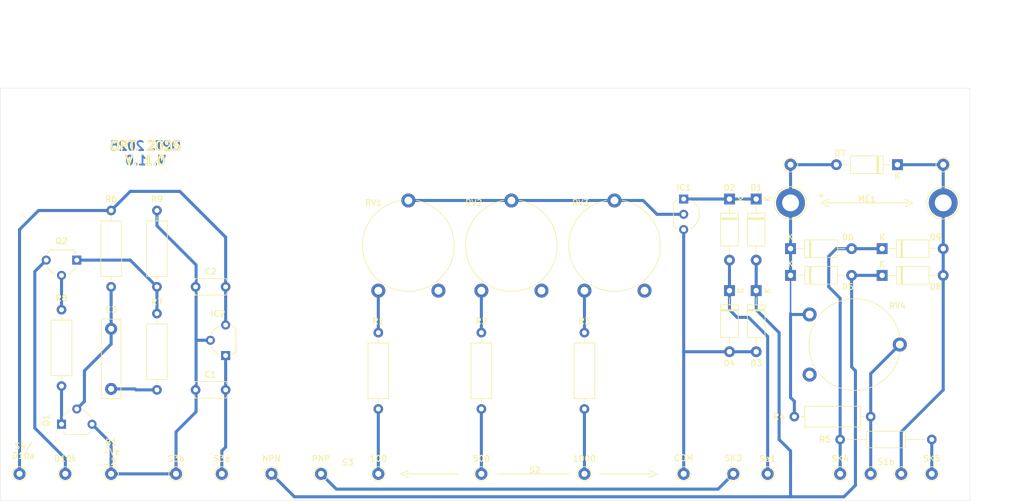
<source format=kicad_pcb>
(kicad_pcb (version 20171130) (host pcbnew "(5.1.10)-1")

  (general
    (thickness 1.6)
    (drawings 32)
    (tracks 113)
    (zones 0)
    (modules 53)
    (nets 22)
  )

  (page A4)
  (layers
    (0 F.Cu signal)
    (31 B.Cu signal)
    (32 B.Adhes user)
    (33 F.Adhes user)
    (34 B.Paste user)
    (35 F.Paste user)
    (36 B.SilkS user)
    (37 F.SilkS user)
    (38 B.Mask user)
    (39 F.Mask user)
    (40 Dwgs.User user)
    (41 Cmts.User user)
    (42 Eco1.User user)
    (43 Eco2.User user)
    (44 Edge.Cuts user)
    (45 Margin user)
    (46 B.CrtYd user)
    (47 F.CrtYd user)
    (48 B.Fab user)
    (49 F.Fab user hide)
  )

  (setup
    (last_trace_width 0.25)
    (trace_clearance 0.2)
    (zone_clearance 0.508)
    (zone_45_only no)
    (trace_min 0.2)
    (via_size 0.8)
    (via_drill 0.4)
    (via_min_size 0.4)
    (via_min_drill 0.3)
    (uvia_size 0.3)
    (uvia_drill 0.1)
    (uvias_allowed no)
    (uvia_min_size 0.2)
    (uvia_min_drill 0.1)
    (edge_width 0.05)
    (segment_width 0.2)
    (pcb_text_width 0.3)
    (pcb_text_size 1.5 1.5)
    (mod_edge_width 0.12)
    (mod_text_size 1 1)
    (mod_text_width 0.15)
    (pad_size 2 2)
    (pad_drill 1)
    (pad_to_mask_clearance 0)
    (aux_axis_origin 0 0)
    (visible_elements 7FFFFFFF)
    (pcbplotparams
      (layerselection 0x010fc_ffffffff)
      (usegerberextensions false)
      (usegerberattributes true)
      (usegerberadvancedattributes true)
      (creategerberjobfile true)
      (excludeedgelayer true)
      (linewidth 0.100000)
      (plotframeref false)
      (viasonmask false)
      (mode 1)
      (useauxorigin false)
      (hpglpennumber 1)
      (hpglpenspeed 20)
      (hpglpendiameter 15.000000)
      (psnegative false)
      (psa4output false)
      (plotreference true)
      (plotvalue true)
      (plotinvisibletext false)
      (padsonsilk false)
      (subtractmaskfromsilk false)
      (outputformat 1)
      (mirror false)
      (drillshape 1)
      (scaleselection 1)
      (outputdirectory ""))
  )

  (net 0 "")
  (net 1 "Net-(C1-Pad2)")
  (net 2 "Net-(C1-Pad1)")
  (net 3 "Net-(C2-Pad1)")
  (net 4 "Net-(C3-Pad2)")
  (net 5 "Net-(C3-Pad1)")
  (net 6 "Net-(D1-Pad2)")
  (net 7 "Net-(D1-Pad1)")
  (net 8 "Net-(D2-Pad2)")
  (net 9 "Net-(D3-Pad2)")
  (net 10 "Net-(D5-Pad1)")
  (net 11 "Net-(D6-Pad2)")
  (net 12 "Net-(IC1-Pad2)")
  (net 13 "Net-(Q2-Pad1)")
  (net 14 "Net-(Q2-Pad2)")
  (net 15 "Net-(R1-Pad1)")
  (net 16 "Net-(R2-Pad1)")
  (net 17 "Net-(R3-Pad1)")
  (net 18 "Net-(R4-Pad1)")
  (net 19 "Net-(R5-Pad2)")
  (net 20 "Net-(D7-Pad1)")
  (net 21 "Net-(Q1-Pad1)")

  (net_class Default "This is the default net class."
    (clearance 0.2)
    (trace_width 0.25)
    (via_dia 0.8)
    (via_drill 0.4)
    (uvia_dia 0.3)
    (uvia_drill 0.1)
    (add_net "Net-(C1-Pad1)")
    (add_net "Net-(C1-Pad2)")
    (add_net "Net-(C2-Pad1)")
    (add_net "Net-(C3-Pad1)")
    (add_net "Net-(C3-Pad2)")
    (add_net "Net-(D1-Pad1)")
    (add_net "Net-(D1-Pad2)")
    (add_net "Net-(D10-Pad1)")
    (add_net "Net-(D2-Pad2)")
    (add_net "Net-(D3-Pad2)")
    (add_net "Net-(D5-Pad1)")
    (add_net "Net-(D6-Pad2)")
    (add_net "Net-(D7-Pad1)")
    (add_net "Net-(IC1-Pad2)")
    (add_net "Net-(J1-Pad1)")
    (add_net "Net-(Q1-Pad1)")
    (add_net "Net-(Q2-Pad1)")
    (add_net "Net-(Q2-Pad2)")
    (add_net "Net-(R1-Pad1)")
    (add_net "Net-(R1-Pad2)")
    (add_net "Net-(R2-Pad1)")
    (add_net "Net-(R2-Pad2)")
    (add_net "Net-(R3-Pad1)")
    (add_net "Net-(R3-Pad2)")
    (add_net "Net-(R4-Pad1)")
    (add_net "Net-(R5-Pad2)")
    (add_net "Net-(RV1-Pad1)")
    (add_net "Net-(RV2-Pad1)")
    (add_net "Net-(RV3-Pad1)")
    (add_net "Net-(RV4-Pad1)")
    (add_net "Net-(S1-Pad2)")
  )

  (module Capacitor_THT:C_Disc_D5.0mm_W2.5mm_P5.00mm (layer F.Cu) (tedit 5AE50EF0) (tstamp 68FDAEBA)
    (at 78.74 93.98 180)
    (descr "C, Disc series, Radial, pin pitch=5.00mm, , diameter*width=5*2.5mm^2, Capacitor, http://cdn-reichelt.de/documents/datenblatt/B300/DS_KERKO_TC.pdf")
    (tags "C Disc series Radial pin pitch 5.00mm  diameter 5mm width 2.5mm Capacitor")
    (path /68FEFD04)
    (fp_text reference C2 (at 2.5 2.54) (layer F.SilkS)
      (effects (font (size 1 1) (thickness 0.15)))
    )
    (fp_text value 100nF (at 2.5 2.5) (layer F.Fab)
      (effects (font (size 1 1) (thickness 0.15)))
    )
    (fp_text user %R (at 2.5 0) (layer F.Fab)
      (effects (font (size 1 1) (thickness 0.15)))
    )
    (fp_line (start 0 -1.25) (end 0 1.25) (layer F.Fab) (width 0.1))
    (fp_line (start 0 1.25) (end 5 1.25) (layer F.Fab) (width 0.1))
    (fp_line (start 5 1.25) (end 5 -1.25) (layer F.Fab) (width 0.1))
    (fp_line (start 5 -1.25) (end 0 -1.25) (layer F.Fab) (width 0.1))
    (fp_line (start -0.12 -1.37) (end 5.12 -1.37) (layer F.SilkS) (width 0.12))
    (fp_line (start -0.12 1.37) (end 5.12 1.37) (layer F.SilkS) (width 0.12))
    (fp_line (start -0.12 -1.37) (end -0.12 -1.055) (layer F.SilkS) (width 0.12))
    (fp_line (start -0.12 1.055) (end -0.12 1.37) (layer F.SilkS) (width 0.12))
    (fp_line (start 5.12 -1.37) (end 5.12 -1.055) (layer F.SilkS) (width 0.12))
    (fp_line (start 5.12 1.055) (end 5.12 1.37) (layer F.SilkS) (width 0.12))
    (fp_line (start -1.05 -1.5) (end -1.05 1.5) (layer F.CrtYd) (width 0.05))
    (fp_line (start -1.05 1.5) (end 6.05 1.5) (layer F.CrtYd) (width 0.05))
    (fp_line (start 6.05 1.5) (end 6.05 -1.5) (layer F.CrtYd) (width 0.05))
    (fp_line (start 6.05 -1.5) (end -1.05 -1.5) (layer F.CrtYd) (width 0.05))
    (pad 2 thru_hole circle (at 5 0 180) (size 1.6 1.6) (drill 0.8) (layers *.Cu *.Mask)
      (net 1 "Net-(C1-Pad2)"))
    (pad 1 thru_hole circle (at 0 0 180) (size 1.6 1.6) (drill 0.8) (layers *.Cu *.Mask)
      (net 3 "Net-(C2-Pad1)"))
    (model ${KISYS3DMOD}/Capacitor_THT.3dshapes/C_Disc_D5.0mm_W2.5mm_P5.00mm.wrl
      (at (xyz 0 0 0))
      (scale (xyz 1 1 1))
      (rotate (xyz 0 0 0))
    )
  )

  (module Capacitor_THT:C_Disc_D5.0mm_W2.5mm_P5.00mm (layer F.Cu) (tedit 5AE50EF0) (tstamp 68FDAEA7)
    (at 78.74 111.125 180)
    (descr "C, Disc series, Radial, pin pitch=5.00mm, , diameter*width=5*2.5mm^2, Capacitor, http://cdn-reichelt.de/documents/datenblatt/B300/DS_KERKO_TC.pdf")
    (tags "C Disc series Radial pin pitch 5.00mm  diameter 5mm width 2.5mm Capacitor")
    (path /68FEEC0E)
    (fp_text reference C1 (at 2.54 2.54) (layer F.SilkS)
      (effects (font (size 1 1) (thickness 0.15)))
    )
    (fp_text value 100nF (at 2.5 2.5) (layer F.Fab)
      (effects (font (size 1 1) (thickness 0.15)))
    )
    (fp_text user %R (at 2.5 0) (layer F.Fab)
      (effects (font (size 1 1) (thickness 0.15)))
    )
    (fp_line (start 0 -1.25) (end 0 1.25) (layer F.Fab) (width 0.1))
    (fp_line (start 0 1.25) (end 5 1.25) (layer F.Fab) (width 0.1))
    (fp_line (start 5 1.25) (end 5 -1.25) (layer F.Fab) (width 0.1))
    (fp_line (start 5 -1.25) (end 0 -1.25) (layer F.Fab) (width 0.1))
    (fp_line (start -0.12 -1.37) (end 5.12 -1.37) (layer F.SilkS) (width 0.12))
    (fp_line (start -0.12 1.37) (end 5.12 1.37) (layer F.SilkS) (width 0.12))
    (fp_line (start -0.12 -1.37) (end -0.12 -1.055) (layer F.SilkS) (width 0.12))
    (fp_line (start -0.12 1.055) (end -0.12 1.37) (layer F.SilkS) (width 0.12))
    (fp_line (start 5.12 -1.37) (end 5.12 -1.055) (layer F.SilkS) (width 0.12))
    (fp_line (start 5.12 1.055) (end 5.12 1.37) (layer F.SilkS) (width 0.12))
    (fp_line (start -1.05 -1.5) (end -1.05 1.5) (layer F.CrtYd) (width 0.05))
    (fp_line (start -1.05 1.5) (end 6.05 1.5) (layer F.CrtYd) (width 0.05))
    (fp_line (start 6.05 1.5) (end 6.05 -1.5) (layer F.CrtYd) (width 0.05))
    (fp_line (start 6.05 -1.5) (end -1.05 -1.5) (layer F.CrtYd) (width 0.05))
    (pad 2 thru_hole circle (at 5 0 180) (size 1.6 1.6) (drill 0.8) (layers *.Cu *.Mask)
      (net 1 "Net-(C1-Pad2)"))
    (pad 1 thru_hole circle (at 0 0 180) (size 1.6 1.6) (drill 0.8) (layers *.Cu *.Mask)
      (net 2 "Net-(C1-Pad1)"))
    (model ${KISYS3DMOD}/Capacitor_THT.3dshapes/C_Disc_D5.0mm_W2.5mm_P5.00mm.wrl
      (at (xyz 0 0 0))
      (scale (xyz 1 1 1))
      (rotate (xyz 0 0 0))
    )
  )

  (module MountingHole:MountingHole_3.2mm_M3 (layer F.Cu) (tedit 56D1B4CB) (tstamp 68FF0467)
    (at 46.355 66.04)
    (descr "Mounting Hole 3.2mm, no annular, M3")
    (tags "mounting hole 3.2mm no annular m3")
    (attr virtual)
    (fp_text reference REF** (at 0 -4.2) (layer F.Fab)
      (effects (font (size 1 1) (thickness 0.15)))
    )
    (fp_text value MountingHole_3.2mm_M3 (at 0 4.2) (layer F.Fab)
      (effects (font (size 1 1) (thickness 0.15)))
    )
    (fp_text user %R (at 0.3 0) (layer F.Fab)
      (effects (font (size 1 1) (thickness 0.15)))
    )
    (fp_circle (center 0 0) (end 3.2 0) (layer Cmts.User) (width 0.15))
    (fp_circle (center 0 0) (end 3.45 0) (layer F.CrtYd) (width 0.05))
    (pad 1 np_thru_hole circle (at 0 0) (size 3.2 3.2) (drill 3.2) (layers *.Cu *.Mask))
  )

  (module Package_TO_SOT_THT:TO-92L_Wide (layer F.Cu) (tedit 5A152D5B) (tstamp 68FEFC8B)
    (at 53.975 89.535 180)
    (descr "TO-92L leads in-line (large body variant of TO-92), also known as TO-226, wide, drill 0.75mm (see https://www.diodes.com/assets/Package-Files/TO92L.pdf and http://www.ti.com/lit/an/snoa059/snoa059.pdf)")
    (tags "TO-92L Molded Wide transistor")
    (path /69225167)
    (fp_text reference Q2 (at 2.54 3.175) (layer F.SilkS)
      (effects (font (size 1 1) (thickness 0.15)))
    )
    (fp_text value BC309 (at 2.54 2.79) (layer F.Fab)
      (effects (font (size 1 1) (thickness 0.15)))
    )
    (fp_arc (start 2.54 0) (end 4.45 1.7) (angle -15.88591585) (layer F.SilkS) (width 0.12))
    (fp_arc (start 2.54 0) (end 2.54 -2.48) (angle -130.2499344) (layer F.Fab) (width 0.1))
    (fp_arc (start 2.54 0) (end 2.54 -2.48) (angle 129.9527847) (layer F.Fab) (width 0.1))
    (fp_arc (start 2.54 0) (end 3.6 -2.35) (angle 40.72153779) (layer F.SilkS) (width 0.12))
    (fp_arc (start 2.54 0) (end 1.45 -2.35) (angle -40.11670855) (layer F.SilkS) (width 0.12))
    (fp_arc (start 2.54 0) (end 0.6 1.7) (angle 15.44288892) (layer F.SilkS) (width 0.12))
    (fp_text user %R (at 2.54 0) (layer F.Fab)
      (effects (font (size 1 1) (thickness 0.15)))
    )
    (fp_line (start -1 -3.55) (end -1 1.85) (layer B.CrtYd) (width 0.05))
    (fp_line (start 6.1 -3.55) (end -1 -3.55) (layer B.CrtYd) (width 0.05))
    (fp_line (start 6.1 1.85) (end 6.1 -3.55) (layer B.CrtYd) (width 0.05))
    (fp_line (start -1 1.85) (end 6.1 1.85) (layer B.CrtYd) (width 0.05))
    (fp_line (start 0.6 1.7) (end 4.45 1.7) (layer F.SilkS) (width 0.12))
    (fp_line (start 0.65 1.6) (end 4.4 1.6) (layer F.Fab) (width 0.1))
    (pad 1 thru_hole rect (at 0 0 180) (size 1.5 1.5) (drill 0.8) (layers *.Cu *.Mask)
      (net 13 "Net-(Q2-Pad1)"))
    (pad 3 thru_hole circle (at 5.08 0 180) (size 1.5 1.5) (drill 0.8) (layers *.Cu *.Mask))
    (pad 2 thru_hole circle (at 2.54 -2.54 180) (size 1.5 1.5) (drill 0.8) (layers *.Cu *.Mask)
      (net 14 "Net-(Q2-Pad2)"))
    (model ${KISYS3DMOD}/Package_TO_SOT_THT.3dshapes/TO-92L_Wide.wrl
      (at (xyz 0 0 0))
      (scale (xyz 1 1 1))
      (rotate (xyz 0 0 0))
    )
  )

  (module Package_TO_SOT_THT:TO-92L_Wide (layer F.Cu) (tedit 5A152D5B) (tstamp 68FEFCC4)
    (at 51.435 116.84)
    (descr "TO-92L leads in-line (large body variant of TO-92), also known as TO-226, wide, drill 0.75mm (see https://www.diodes.com/assets/Package-Files/TO92L.pdf and http://www.ti.com/lit/an/snoa059/snoa059.pdf)")
    (tags "TO-92L Molded Wide transistor")
    (path /69225D67)
    (fp_text reference Q1 (at -2.54 -0.635 270) (layer F.SilkS)
      (effects (font (size 1 1) (thickness 0.15)))
    )
    (fp_text value BC108C (at 2.54 2.79) (layer F.Fab)
      (effects (font (size 1 1) (thickness 0.15)))
    )
    (fp_arc (start 2.54 0) (end 4.45 1.7) (angle -15.88591585) (layer F.SilkS) (width 0.12))
    (fp_arc (start 2.54 0) (end 2.54 -2.48) (angle -130.2499344) (layer F.Fab) (width 0.1))
    (fp_arc (start 2.54 0) (end 2.54 -2.48) (angle 129.9527847) (layer F.Fab) (width 0.1))
    (fp_arc (start 2.54 0) (end 3.6 -2.35) (angle 40.72153779) (layer F.SilkS) (width 0.12))
    (fp_arc (start 2.54 0) (end 1.45 -2.35) (angle -40.11670855) (layer F.SilkS) (width 0.12))
    (fp_arc (start 2.54 0) (end 0.6 1.7) (angle 15.44288892) (layer F.SilkS) (width 0.12))
    (fp_text user %R (at 2.54 0) (layer F.Fab)
      (effects (font (size 1 1) (thickness 0.15)))
    )
    (fp_line (start -1 -3.55) (end -1 1.85) (layer B.CrtYd) (width 0.05))
    (fp_line (start 6.1 -3.55) (end -1 -3.55) (layer B.CrtYd) (width 0.05))
    (fp_line (start 6.1 1.85) (end 6.1 -3.55) (layer B.CrtYd) (width 0.05))
    (fp_line (start -1 1.85) (end 6.1 1.85) (layer B.CrtYd) (width 0.05))
    (fp_line (start 0.6 1.7) (end 4.45 1.7) (layer F.SilkS) (width 0.12))
    (fp_line (start 0.65 1.6) (end 4.4 1.6) (layer F.Fab) (width 0.1))
    (pad 1 thru_hole rect (at 0 0) (size 1.5 1.5) (drill 0.8) (layers *.Cu *.Mask)
      (net 21 "Net-(Q1-Pad1)"))
    (pad 3 thru_hole circle (at 5.08 0) (size 1.5 1.5) (drill 0.8) (layers *.Cu *.Mask)
      (net 1 "Net-(C1-Pad2)"))
    (pad 2 thru_hole circle (at 2.54 -2.54) (size 1.5 1.5) (drill 0.8) (layers *.Cu *.Mask)
      (net 5 "Net-(C3-Pad1)"))
    (model ${KISYS3DMOD}/Package_TO_SOT_THT.3dshapes/TO-92L_Wide.wrl
      (at (xyz 0 0 0))
      (scale (xyz 1 1 1))
      (rotate (xyz 0 0 0))
    )
  )

  (module TestPoint:TestPoint_THTPad_D2.0mm_Drill1.0mm (layer F.Cu) (tedit 5A0F774F) (tstamp 68FEB60A)
    (at 168.91 125.095)
    (descr "THT pad as test Point, diameter 2.0mm, hole diameter 1.0mm")
    (tags "test point THT pad")
    (path /691F6A5B)
    (attr virtual)
    (fp_text reference Sa1 (at 0 -2.54) (layer F.SilkS)
      (effects (font (size 1 1) (thickness 0.15)))
    )
    (fp_text value ~ (at 0 2.05) (layer F.Fab)
      (effects (font (size 1 1) (thickness 0.15)))
    )
    (fp_text user %R (at 0 -2) (layer F.Fab)
      (effects (font (size 1 1) (thickness 0.15)))
    )
    (fp_circle (center 0 0) (end 1.5 0) (layer F.CrtYd) (width 0.05))
    (fp_circle (center 0 0) (end 0 1.2) (layer F.SilkS) (width 0.12))
    (pad 1 thru_hole circle (at 0 0) (size 2 2) (drill 1) (layers *.Cu *.Mask)
      (net 8 "Net-(D2-Pad2)"))
  )

  (module TestPoint:TestPoint_THTPad_D2.0mm_Drill1.0mm (layer F.Cu) (tedit 5A0F774F) (tstamp 68FE9F15)
    (at 163.195 125.095)
    (descr "THT pad as test Point, diameter 2.0mm, hole diameter 1.0mm")
    (tags "test point THT pad")
    (attr virtual)
    (fp_text reference SK3 (at 0 -2.633) (layer F.SilkS)
      (effects (font (size 1 1) (thickness 0.15)))
    )
    (fp_text value TestPoint_THTPad_D2.0mm_Drill1.0mm (at 0 2.05) (layer F.Fab)
      (effects (font (size 1 1) (thickness 0.15)))
    )
    (fp_text user %R (at 0 -2) (layer F.Fab)
      (effects (font (size 1 1) (thickness 0.15)))
    )
    (fp_circle (center 0 0) (end 0 1.2) (layer F.SilkS) (width 0.12))
    (fp_circle (center 0 0) (end 1.5 0) (layer F.CrtYd) (width 0.05))
    (pad 1 thru_hole circle (at 0 0) (size 2 2) (drill 1) (layers *.Cu *.Mask))
  )

  (module TestPoint:TestPoint_THTPad_D2.0mm_Drill1.0mm (layer F.Cu) (tedit 68FD4894) (tstamp 68FDDBF9)
    (at 44.45 125.095)
    (descr "THT pad as test Point, diameter 2.0mm, hole diameter 1.0mm")
    (tags "test point THT pad")
    (attr virtual)
    (fp_text reference REF** (at 0 -1.998) (layer F.Fab)
      (effects (font (size 1 1) (thickness 0.15)))
    )
    (fp_text value TestPoint_THTPad_D2.0mm_Drill1.0mm (at 0 2.05) (layer F.Fab)
      (effects (font (size 1 1) (thickness 0.15)))
    )
    (fp_circle (center 0 0) (end 1.5 0) (layer F.CrtYd) (width 0.05))
    (fp_circle (center 0 0) (end 0 1.2) (layer F.SilkS) (width 0.12))
    (fp_text user %R (at 0 -2) (layer F.Fab)
      (effects (font (size 1 1) (thickness 0.15)))
    )
    (pad 1 thru_hole circle (at 0 0) (size 2 2) (drill 1) (layers *.Cu *.Mask)
      (net 3 "Net-(C2-Pad1)"))
  )

  (module TestPoint:TestPoint_THTPad_D2.0mm_Drill1.0mm (layer F.Cu) (tedit 5A0F774F) (tstamp 68FF0689)
    (at 52.07 125.095)
    (descr "THT pad as test Point, diameter 2.0mm, hole diameter 1.0mm")
    (tags "test point THT pad")
    (attr virtual)
    (fp_text reference D10k (at 0 -2.54) (layer F.SilkS)
      (effects (font (size 1 1) (thickness 0.15)))
    )
    (fp_text value TestPoint_THTPad_D2.0mm_Drill1.0mm (at 0 2.05) (layer F.Fab)
      (effects (font (size 1 1) (thickness 0.15)))
    )
    (fp_circle (center 0 0) (end 1.5 0) (layer F.CrtYd) (width 0.05))
    (fp_circle (center 0 0) (end 0 1.2) (layer F.SilkS) (width 0.12))
    (fp_text user %R (at 0 -2) (layer F.Fab)
      (effects (font (size 1 1) (thickness 0.15)))
    )
    (pad 1 thru_hole circle (at 0 0) (size 2 2) (drill 1) (layers *.Cu *.Mask))
  )

  (module TestPoint:TestPoint_THTPad_D2.0mm_Drill1.0mm (layer F.Cu) (tedit 68FD4452) (tstamp 68FD9F6A)
    (at 70.485 125.095)
    (descr "THT pad as test Point, diameter 2.0mm, hole diameter 1.0mm")
    (tags "test point THT pad")
    (attr virtual)
    (fp_text reference S3b (at 0 -2.54) (layer F.SilkS)
      (effects (font (size 1 1) (thickness 0.15)))
    )
    (fp_text value TestPoint_THTPad_D2.0mm_Drill1.0mm (at 0 2.05) (layer F.Fab)
      (effects (font (size 1 1) (thickness 0.15)))
    )
    (fp_circle (center 0 0) (end 0 1.2) (layer F.SilkS) (width 0.12))
    (fp_circle (center 0 0) (end 1.5 0) (layer F.CrtYd) (width 0.05))
    (fp_text user %R (at 0 -2) (layer F.Fab)
      (effects (font (size 1 1) (thickness 0.15)))
    )
    (pad 1 thru_hole circle (at 0 0) (size 2 2) (drill 1) (layers *.Cu *.Mask)
      (net 1 "Net-(C1-Pad2)"))
  )

  (module TestPoint:TestPoint_THTPad_D2.0mm_Drill1.0mm (layer F.Cu) (tedit 68FD4447) (tstamp 68FD9F5C)
    (at 78.105 125.095)
    (descr "THT pad as test Point, diameter 2.0mm, hole diameter 1.0mm")
    (tags "test point THT pad")
    (attr virtual)
    (fp_text reference S3a (at 0 -2.54) (layer F.SilkS)
      (effects (font (size 1 1) (thickness 0.15)))
    )
    (fp_text value TestPoint_THTPad_D2.0mm_Drill1.0mm (at 0 2.05) (layer F.Fab)
      (effects (font (size 1 1) (thickness 0.15)))
    )
    (fp_circle (center 0 0) (end 1.5 0) (layer F.CrtYd) (width 0.05))
    (fp_circle (center 0 0) (end 0 1.2) (layer F.SilkS) (width 0.12))
    (fp_text user %R (at 0 -2) (layer F.Fab)
      (effects (font (size 1 1) (thickness 0.15)))
    )
    (pad 1 thru_hole circle (at 0 0) (size 2 2) (drill 1) (layers *.Cu *.Mask)
      (net 2 "Net-(C1-Pad1)"))
  )

  (module TestPoint:TestPoint_THTPad_D2.0mm_Drill1.0mm (layer F.Cu) (tedit 5A0F774F) (tstamp 68FD9F4E)
    (at 86.36 125.095)
    (descr "THT pad as test Point, diameter 2.0mm, hole diameter 1.0mm")
    (tags "test point THT pad")
    (attr virtual)
    (fp_text reference NPN (at 0 -2.54) (layer F.SilkS)
      (effects (font (size 1 1) (thickness 0.15)))
    )
    (fp_text value TestPoint_THTPad_D2.0mm_Drill1.0mm (at 0 2.05) (layer F.Fab)
      (effects (font (size 1 1) (thickness 0.15)))
    )
    (fp_circle (center 0 0) (end 0 1.2) (layer F.SilkS) (width 0.12))
    (fp_circle (center 0 0) (end 1.5 0) (layer F.CrtYd) (width 0.05))
    (fp_text user %R (at 0 -2) (layer F.Fab)
      (effects (font (size 1 1) (thickness 0.15)))
    )
    (pad 1 thru_hole circle (at 0 0) (size 2 2) (drill 1) (layers *.Cu *.Mask)
      (net 6 "Net-(D1-Pad2)"))
  )

  (module TestPoint:TestPoint_THTPad_D2.0mm_Drill1.0mm (layer F.Cu) (tedit 5A0F774F) (tstamp 68FD9F40)
    (at 94.615 125.095)
    (descr "THT pad as test Point, diameter 2.0mm, hole diameter 1.0mm")
    (tags "test point THT pad")
    (attr virtual)
    (fp_text reference PNP (at 0 -2.54) (layer F.SilkS)
      (effects (font (size 1 1) (thickness 0.15)))
    )
    (fp_text value TestPoint_THTPad_D2.0mm_Drill1.0mm (at 0 2.05) (layer F.Fab)
      (effects (font (size 1 1) (thickness 0.15)))
    )
    (fp_circle (center 0 0) (end 1.5 0) (layer F.CrtYd) (width 0.05))
    (fp_circle (center 0 0) (end 0 1.2) (layer F.SilkS) (width 0.12))
    (fp_text user %R (at 0 -2) (layer F.Fab)
      (effects (font (size 1 1) (thickness 0.15)))
    )
    (pad 1 thru_hole circle (at 0 0) (size 2 2) (drill 1) (layers *.Cu *.Mask))
  )

  (module TestPoint:TestPoint_THTPad_D2.0mm_Drill1.0mm (layer F.Cu) (tedit 5A0F774F) (tstamp 68FD9E39)
    (at 104.14 125.095)
    (descr "THT pad as test Point, diameter 2.0mm, hole diameter 1.0mm")
    (tags "test point THT pad")
    (attr virtual)
    (fp_text reference 100 (at 0 -2.54) (layer F.SilkS)
      (effects (font (size 1 1) (thickness 0.15)))
    )
    (fp_text value TestPoint_THTPad_D2.0mm_Drill1.0mm (at 0 2.05) (layer F.Fab)
      (effects (font (size 1 1) (thickness 0.15)))
    )
    (fp_circle (center 0 0) (end 0 1.2) (layer F.SilkS) (width 0.12))
    (fp_circle (center 0 0) (end 1.5 0) (layer F.CrtYd) (width 0.05))
    (fp_text user %R (at 0 -2) (layer F.Fab)
      (effects (font (size 1 1) (thickness 0.15)))
    )
    (pad 1 thru_hole circle (at 0 0) (size 2 2) (drill 1) (layers *.Cu *.Mask))
  )

  (module TestPoint:TestPoint_THTPad_D2.0mm_Drill1.0mm (layer F.Cu) (tedit 5A0F774F) (tstamp 68FD9E2B)
    (at 121.285 125.095)
    (descr "THT pad as test Point, diameter 2.0mm, hole diameter 1.0mm")
    (tags "test point THT pad")
    (attr virtual)
    (fp_text reference 500 (at 0 -2.54) (layer F.SilkS)
      (effects (font (size 1 1) (thickness 0.15)))
    )
    (fp_text value TestPoint_THTPad_D2.0mm_Drill1.0mm (at 0 2.05) (layer F.Fab)
      (effects (font (size 1 1) (thickness 0.15)))
    )
    (fp_circle (center 0 0) (end 1.5 0) (layer F.CrtYd) (width 0.05))
    (fp_circle (center 0 0) (end 0 1.2) (layer F.SilkS) (width 0.12))
    (fp_text user %R (at 0 -2) (layer F.Fab)
      (effects (font (size 1 1) (thickness 0.15)))
    )
    (pad 1 thru_hole circle (at 0 0) (size 2 2) (drill 1) (layers *.Cu *.Mask))
  )

  (module TestPoint:TestPoint_THTPad_D2.0mm_Drill1.0mm (layer F.Cu) (tedit 5A0F774F) (tstamp 68FD9E1D)
    (at 138.43 125.095)
    (descr "THT pad as test Point, diameter 2.0mm, hole diameter 1.0mm")
    (tags "test point THT pad")
    (attr virtual)
    (fp_text reference 1000 (at 0 -2.54) (layer F.SilkS)
      (effects (font (size 1 1) (thickness 0.15)))
    )
    (fp_text value TestPoint_THTPad_D2.0mm_Drill1.0mm (at 0 2.05) (layer F.Fab)
      (effects (font (size 1 1) (thickness 0.15)))
    )
    (fp_circle (center 0 0) (end 0 1.2) (layer F.SilkS) (width 0.12))
    (fp_circle (center 0 0) (end 1.5 0) (layer F.CrtYd) (width 0.05))
    (fp_text user %R (at 0 -2) (layer F.Fab)
      (effects (font (size 1 1) (thickness 0.15)))
    )
    (pad 1 thru_hole circle (at 0 0) (size 2 2) (drill 1) (layers *.Cu *.Mask))
  )

  (module TestPoint:TestPoint_THTPad_D2.0mm_Drill1.0mm (layer F.Cu) (tedit 68FD3F2F) (tstamp 68FD9E0F)
    (at 154.94 125.095)
    (descr "THT pad as test Point, diameter 2.0mm, hole diameter 1.0mm")
    (tags "test point THT pad")
    (attr virtual)
    (fp_text reference COM (at 0 -2.633) (layer F.SilkS)
      (effects (font (size 1 1) (thickness 0.15)))
    )
    (fp_text value TestPoint_THTPad_D2.0mm_Drill1.0mm (at 0 2.05) (layer F.Fab)
      (effects (font (size 1 1) (thickness 0.15)))
    )
    (fp_circle (center 0 0) (end 1.5 0) (layer F.CrtYd) (width 0.05))
    (fp_circle (center 0 0) (end 0 1.2) (layer F.SilkS) (width 0.12))
    (fp_text user %R (at 0 -2) (layer F.Fab)
      (effects (font (size 1 1) (thickness 0.15)))
    )
    (pad 1 thru_hole circle (at 0 0) (size 2 2) (drill 1) (layers *.Cu *.Mask)
      (net 9 "Net-(D3-Pad2)"))
  )

  (module TestPoint:TestPoint_THTPad_D2.0mm_Drill1.0mm (layer F.Cu) (tedit 68FD299E) (tstamp 68FD789B)
    (at 186.055 125.095)
    (descr "THT pad as test Point, diameter 2.0mm, hole diameter 1.0mm")
    (tags "test point THT pad")
    (attr virtual)
    (fp_text reference REF** (at 0 -1.998) (layer F.Fab)
      (effects (font (size 1 1) (thickness 0.15)))
    )
    (fp_text value TestPoint_THTPad_D2.0mm_Drill1.0mm (at 0 2.05) (layer F.Fab)
      (effects (font (size 1 1) (thickness 0.15)))
    )
    (fp_circle (center 0 0) (end 1.5 0) (layer F.CrtYd) (width 0.05))
    (fp_circle (center 0 0) (end 0 1.2) (layer F.SilkS) (width 0.12))
    (fp_text user %R (at 0 -2) (layer F.Fab)
      (effects (font (size 1 1) (thickness 0.15)))
    )
    (pad 1 thru_hole circle (at 0 0) (size 2 2) (drill 1) (layers *.Cu *.Mask)
      (net 18 "Net-(R4-Pad1)"))
  )

  (module TestPoint:TestPoint_THTPad_D2.0mm_Drill1.0mm (layer F.Cu) (tedit 68FD3224) (tstamp 68FD788D)
    (at 191.135 125.095)
    (descr "THT pad as test Point, diameter 2.0mm, hole diameter 1.0mm")
    (tags "test point THT pad")
    (attr virtual)
    (fp_text reference S1b (at -2.54 -1.998) (layer F.SilkS)
      (effects (font (size 1 1) (thickness 0.15)))
    )
    (fp_text value TestPoint_THTPad_D2.0mm_Drill1.0mm (at 0 2.05) (layer F.Fab)
      (effects (font (size 1 1) (thickness 0.15)))
    )
    (fp_circle (center 0 0) (end 0 1.2) (layer F.SilkS) (width 0.12))
    (fp_circle (center 0 0) (end 1.5 0) (layer F.CrtYd) (width 0.05))
    (fp_text user %R (at 0 -2) (layer F.Fab)
      (effects (font (size 1 1) (thickness 0.15)))
    )
    (pad 1 thru_hole circle (at 0 0) (size 2 2) (drill 1) (layers *.Cu *.Mask)
      (net 20 "Net-(D7-Pad1)"))
  )

  (module MountingHole:MountingHole_3.2mm_M3 (layer F.Cu) (tedit 56D1B4CB) (tstamp 68FD71D3)
    (at 112.395 119.38)
    (descr "Mounting Hole 3.2mm, no annular, M3")
    (tags "mounting hole 3.2mm no annular m3")
    (attr virtual)
    (fp_text reference REF** (at 0 -4.2) (layer F.Fab)
      (effects (font (size 1 1) (thickness 0.15)))
    )
    (fp_text value MountingHole_3.2mm_M3 (at 0 4.2) (layer F.Fab)
      (effects (font (size 1 1) (thickness 0.15)))
    )
    (fp_circle (center 0 0) (end 3.2 0) (layer Cmts.User) (width 0.15))
    (fp_circle (center 0 0) (end 3.45 0) (layer F.CrtYd) (width 0.05))
    (fp_text user %R (at 0.3 0) (layer F.Fab)
      (effects (font (size 1 1) (thickness 0.15)))
    )
    (pad 1 np_thru_hole circle (at 0 0) (size 3.2 3.2) (drill 3.2) (layers *.Cu *.Mask))
  )

  (module TestPoint:TestPoint_THTPad_D2.0mm_Drill1.0mm (layer F.Cu) (tedit 68FD3807) (tstamp 68FD75BD)
    (at 172.72 73.66)
    (descr "THT pad as test Point, diameter 2.0mm, hole diameter 1.0mm")
    (tags "test point THT pad")
    (attr virtual)
    (fp_text reference REF** (at 0 -1.998) (layer F.Fab)
      (effects (font (size 1 1) (thickness 0.15)))
    )
    (fp_text value TestPoint_THTPad_D2.0mm_Drill1.0mm (at 0 2.05) (layer F.Fab)
      (effects (font (size 1 1) (thickness 0.15)))
    )
    (fp_circle (center 0 0) (end 0 1.2) (layer F.SilkS) (width 0.12))
    (fp_circle (center 0 0) (end 1.5 0) (layer F.CrtYd) (width 0.05))
    (fp_text user %R (at 0 -2) (layer F.Fab)
      (effects (font (size 1 1) (thickness 0.15)))
    )
    (pad 1 thru_hole circle (at 0 0) (size 2 2) (drill 1) (layers *.Cu *.Mask)
      (net 10 "Net-(D5-Pad1)"))
  )

  (module TestPoint:TestPoint_THTPad_D2.0mm_Drill1.0mm (layer F.Cu) (tedit 68FD37F3) (tstamp 68FD73F5)
    (at 198.12 73.66)
    (descr "THT pad as test Point, diameter 2.0mm, hole diameter 1.0mm")
    (tags "test point THT pad")
    (attr virtual)
    (fp_text reference REF** (at 0 -1.998) (layer F.Fab)
      (effects (font (size 1 1) (thickness 0.15)))
    )
    (fp_text value TestPoint_THTPad_D2.0mm_Drill1.0mm (at 0 2.05) (layer F.Fab)
      (effects (font (size 1 1) (thickness 0.15)))
    )
    (fp_circle (center 0 0) (end 1.5 0) (layer F.CrtYd) (width 0.05))
    (fp_circle (center 0 0) (end 0 1.2) (layer F.SilkS) (width 0.12))
    (fp_text user %R (at 0 -2) (layer F.Fab)
      (effects (font (size 1 1) (thickness 0.15)))
    )
    (pad 1 thru_hole circle (at 0 0) (size 2 2) (drill 1) (layers *.Cu *.Mask)
      (net 20 "Net-(D7-Pad1)"))
  )

  (module TestPoint:TestPoint_Loop_D3.80mm_Drill2.8mm (layer F.Cu) (tedit 68FD3800) (tstamp 68FDA089)
    (at 172.72 80.01)
    (descr "wire loop as test point, loop diameter 3.8mm, hole diameter 2.8mm")
    (tags "test point wire loop bead")
    (fp_text reference REF** (at 0.5 3.5) (layer F.Fab)
      (effects (font (size 1 1) (thickness 0.15)))
    )
    (fp_text value TestPoint_Loop_D3.80mm_Drill2.8mm (at 0 -3.5) (layer F.Fab)
      (effects (font (size 1 1) (thickness 0.15)))
    )
    (fp_line (start -1.9 -0.3) (end -1.9 0.3) (layer F.Fab) (width 0.12))
    (fp_line (start -1.9 0.3) (end 1.9 0.3) (layer F.Fab) (width 0.12))
    (fp_line (start 1.9 0.3) (end 1.9 -0.3) (layer F.Fab) (width 0.12))
    (fp_line (start 1.9 -0.3) (end -1.9 -0.3) (layer F.Fab) (width 0.12))
    (fp_circle (center 0 0) (end 2.9 0) (layer F.CrtYd) (width 0.05))
    (fp_circle (center 0 0) (end 2.7 0) (layer F.SilkS) (width 0.12))
    (fp_text user %R (at 0.5 3.5) (layer F.Fab)
      (effects (font (size 1 1) (thickness 0.15)))
    )
    (pad 1 thru_hole circle (at 0 0) (size 4.800001 4.800001) (drill 2.799999) (layers *.Cu *.Mask)
      (net 10 "Net-(D5-Pad1)"))
    (model ${KISYS3DMOD}/TestPoint.3dshapes/TestPoint_Loop_D3.80mm_Drill2.8mm.wrl
      (at (xyz 0 0 0))
      (scale (xyz 1 1 1))
      (rotate (xyz 0 0 0))
    )
  )

  (module TestPoint:TestPoint_Loop_D3.80mm_Drill2.8mm (layer F.Cu) (tedit 68FD37EB) (tstamp 68FD740E)
    (at 198.12 80.01)
    (descr "wire loop as test point, loop diameter 3.8mm, hole diameter 2.8mm")
    (tags "test point wire loop bead")
    (fp_text reference REF** (at 0.5 3.5) (layer F.Fab)
      (effects (font (size 1 1) (thickness 0.15)))
    )
    (fp_text value TestPoint_Loop_D3.80mm_Drill2.8mm (at 0 -3.5) (layer F.Fab)
      (effects (font (size 1 1) (thickness 0.15)))
    )
    (fp_circle (center 0 0) (end 2.7 0) (layer F.SilkS) (width 0.12))
    (fp_circle (center 0 0) (end 2.9 0) (layer F.CrtYd) (width 0.05))
    (fp_line (start 1.9 -0.3) (end -1.9 -0.3) (layer F.Fab) (width 0.12))
    (fp_line (start 1.9 0.3) (end 1.9 -0.3) (layer F.Fab) (width 0.12))
    (fp_line (start -1.9 0.3) (end 1.9 0.3) (layer F.Fab) (width 0.12))
    (fp_line (start -1.9 -0.3) (end -1.9 0.3) (layer F.Fab) (width 0.12))
    (fp_text user %R (at 0.5 3.5) (layer F.Fab)
      (effects (font (size 1 1) (thickness 0.15)))
    )
    (pad 1 thru_hole circle (at 0 0) (size 4.800001 4.800001) (drill 2.799999) (layers *.Cu *.Mask)
      (net 20 "Net-(D7-Pad1)"))
    (model ${KISYS3DMOD}/TestPoint.3dshapes/TestPoint_Loop_D3.80mm_Drill2.8mm.wrl
      (at (xyz 0 0 0))
      (scale (xyz 1 1 1))
      (rotate (xyz 0 0 0))
    )
  )

  (module MountingHole:MountingHole_3.2mm_M3 (layer F.Cu) (tedit 56D1B4CB) (tstamp 68FD73E0)
    (at 197.485 66.04)
    (descr "Mounting Hole 3.2mm, no annular, M3")
    (tags "mounting hole 3.2mm no annular m3")
    (attr virtual)
    (fp_text reference REF** (at 0 -4.2) (layer F.Fab)
      (effects (font (size 1 1) (thickness 0.15)))
    )
    (fp_text value MountingHole_3.2mm_M3 (at 0 4.2) (layer F.Fab)
      (effects (font (size 1 1) (thickness 0.15)))
    )
    (fp_circle (center 0 0) (end 3.45 0) (layer F.CrtYd) (width 0.05))
    (fp_circle (center 0 0) (end 3.2 0) (layer Cmts.User) (width 0.15))
    (fp_text user %R (at 0.3 0) (layer F.Fab)
      (effects (font (size 1 1) (thickness 0.15)))
    )
    (pad 1 np_thru_hole circle (at 0 0) (size 3.2 3.2) (drill 3.2) (layers *.Cu *.Mask))
  )

  (module Diode_THT:D_A-405_P10.16mm_Horizontal (layer F.Cu) (tedit 68FD3729) (tstamp 68FE1485)
    (at 190.5 73.66 180)
    (descr "Diode, A-405 series, Axial, Horizontal, pin pitch=10.16mm, , length*diameter=5.2*2.7mm^2, , http://www.diodes.com/_files/packages/A-405.pdf")
    (tags "Diode A-405 series Axial Horizontal pin pitch 10.16mm  length 5.2mm diameter 2.7mm")
    (path /691A12F0)
    (fp_text reference D7 (at 9.525 1.905) (layer F.SilkS)
      (effects (font (size 1 1) (thickness 0.15)))
    )
    (fp_text value 1n4148 (at 5.08 2.47) (layer F.Fab)
      (effects (font (size 1 1) (thickness 0.15)))
    )
    (fp_text user K (at 0 -1.9) (layer F.SilkS)
      (effects (font (size 1 1) (thickness 0.15)))
    )
    (fp_text user K (at 0 -1.9) (layer F.Fab)
      (effects (font (size 1 1) (thickness 0.15)))
    )
    (fp_text user %R (at 5.47 0) (layer F.Fab)
      (effects (font (size 1 1) (thickness 0.15)))
    )
    (fp_line (start 2.48 -1.35) (end 2.48 1.35) (layer F.Fab) (width 0.1))
    (fp_line (start 2.48 1.35) (end 7.68 1.35) (layer F.Fab) (width 0.1))
    (fp_line (start 7.68 1.35) (end 7.68 -1.35) (layer F.Fab) (width 0.1))
    (fp_line (start 7.68 -1.35) (end 2.48 -1.35) (layer F.Fab) (width 0.1))
    (fp_line (start 0 0) (end 2.48 0) (layer F.Fab) (width 0.1))
    (fp_line (start 10.16 0) (end 7.68 0) (layer F.Fab) (width 0.1))
    (fp_line (start 3.26 -1.35) (end 3.26 1.35) (layer F.Fab) (width 0.1))
    (fp_line (start 3.36 -1.35) (end 3.36 1.35) (layer F.Fab) (width 0.1))
    (fp_line (start 3.16 -1.35) (end 3.16 1.35) (layer F.Fab) (width 0.1))
    (fp_line (start 2.36 -1.47) (end 2.36 1.47) (layer F.SilkS) (width 0.12))
    (fp_line (start 2.36 1.47) (end 7.8 1.47) (layer F.SilkS) (width 0.12))
    (fp_line (start 7.8 1.47) (end 7.8 -1.47) (layer F.SilkS) (width 0.12))
    (fp_line (start 7.8 -1.47) (end 2.36 -1.47) (layer F.SilkS) (width 0.12))
    (fp_line (start 1.14 0) (end 2.36 0) (layer F.SilkS) (width 0.12))
    (fp_line (start 9.02 0) (end 7.8 0) (layer F.SilkS) (width 0.12))
    (fp_line (start 3.26 -1.47) (end 3.26 1.47) (layer F.SilkS) (width 0.12))
    (fp_line (start 3.38 -1.47) (end 3.38 1.47) (layer F.SilkS) (width 0.12))
    (fp_line (start 3.14 -1.47) (end 3.14 1.47) (layer F.SilkS) (width 0.12))
    (fp_line (start -1.15 -1.6) (end -1.15 1.6) (layer F.CrtYd) (width 0.05))
    (fp_line (start -1.15 1.6) (end 11.31 1.6) (layer F.CrtYd) (width 0.05))
    (fp_line (start 11.31 1.6) (end 11.31 -1.6) (layer F.CrtYd) (width 0.05))
    (fp_line (start 11.31 -1.6) (end -1.15 -1.6) (layer F.CrtYd) (width 0.05))
    (pad 2 thru_hole oval (at 10.16 0 180) (size 1.8 1.8) (drill 0.9) (layers *.Cu *.Mask)
      (net 10 "Net-(D5-Pad1)"))
    (pad 1 thru_hole rect (at 0 0 180) (size 1.8 1.8) (drill 0.9) (layers *.Cu *.Mask)
      (net 20 "Net-(D7-Pad1)"))
    (model ${KISYS3DMOD}/Diode_THT.3dshapes/D_A-405_P10.16mm_Horizontal.wrl
      (at (xyz 0 0 0))
      (scale (xyz 1 1 1))
      (rotate (xyz 0 0 0))
    )
  )

  (module Diode_THT:D_A-405_P10.16mm_Horizontal (layer F.Cu) (tedit 68FD375A) (tstamp 68FDAEEC)
    (at 167.005 79.375 270)
    (descr "Diode, A-405 series, Axial, Horizontal, pin pitch=10.16mm, , length*diameter=5.2*2.7mm^2, , http://www.diodes.com/_files/packages/A-405.pdf")
    (tags "Diode A-405 series Axial Horizontal pin pitch 10.16mm  length 5.2mm diameter 2.7mm")
    (path /68FD1368)
    (fp_text reference D1 (at -1.905 0 180) (layer F.SilkS)
      (effects (font (size 1 1) (thickness 0.15)))
    )
    (fp_text value 1n4148 (at 5.08 2.47 90) (layer F.Fab)
      (effects (font (size 1 1) (thickness 0.15)))
    )
    (fp_text user K (at 0 -1.9 90) (layer F.SilkS)
      (effects (font (size 1 1) (thickness 0.15)))
    )
    (fp_text user K (at 0 -1.9 90) (layer F.Fab)
      (effects (font (size 1 1) (thickness 0.15)))
    )
    (fp_text user %R (at 5.47 0 90) (layer F.Fab)
      (effects (font (size 1 1) (thickness 0.15)))
    )
    (fp_line (start 2.48 -1.35) (end 2.48 1.35) (layer F.Fab) (width 0.1))
    (fp_line (start 2.48 1.35) (end 7.68 1.35) (layer F.Fab) (width 0.1))
    (fp_line (start 7.68 1.35) (end 7.68 -1.35) (layer F.Fab) (width 0.1))
    (fp_line (start 7.68 -1.35) (end 2.48 -1.35) (layer F.Fab) (width 0.1))
    (fp_line (start 0 0) (end 2.48 0) (layer F.Fab) (width 0.1))
    (fp_line (start 10.16 0) (end 7.68 0) (layer F.Fab) (width 0.1))
    (fp_line (start 3.26 -1.35) (end 3.26 1.35) (layer F.Fab) (width 0.1))
    (fp_line (start 3.36 -1.35) (end 3.36 1.35) (layer F.Fab) (width 0.1))
    (fp_line (start 3.16 -1.35) (end 3.16 1.35) (layer F.Fab) (width 0.1))
    (fp_line (start 2.36 -1.47) (end 2.36 1.47) (layer F.SilkS) (width 0.12))
    (fp_line (start 2.36 1.47) (end 7.8 1.47) (layer F.SilkS) (width 0.12))
    (fp_line (start 7.8 1.47) (end 7.8 -1.47) (layer F.SilkS) (width 0.12))
    (fp_line (start 7.8 -1.47) (end 2.36 -1.47) (layer F.SilkS) (width 0.12))
    (fp_line (start 1.14 0) (end 2.36 0) (layer F.SilkS) (width 0.12))
    (fp_line (start 9.02 0) (end 7.8 0) (layer F.SilkS) (width 0.12))
    (fp_line (start 3.26 -1.47) (end 3.26 1.47) (layer F.SilkS) (width 0.12))
    (fp_line (start 3.38 -1.47) (end 3.38 1.47) (layer F.SilkS) (width 0.12))
    (fp_line (start 3.14 -1.47) (end 3.14 1.47) (layer F.SilkS) (width 0.12))
    (fp_line (start -1.15 -1.6) (end -1.15 1.6) (layer F.CrtYd) (width 0.05))
    (fp_line (start -1.15 1.6) (end 11.31 1.6) (layer F.CrtYd) (width 0.05))
    (fp_line (start 11.31 1.6) (end 11.31 -1.6) (layer F.CrtYd) (width 0.05))
    (fp_line (start 11.31 -1.6) (end -1.15 -1.6) (layer F.CrtYd) (width 0.05))
    (pad 2 thru_hole oval (at 10.16 0 270) (size 1.8 1.8) (drill 0.9) (layers *.Cu *.Mask)
      (net 6 "Net-(D1-Pad2)"))
    (pad 1 thru_hole rect (at 0 0 270) (size 1.8 1.8) (drill 0.9) (layers *.Cu *.Mask)
      (net 7 "Net-(D1-Pad1)"))
    (model ${KISYS3DMOD}/Diode_THT.3dshapes/D_A-405_P10.16mm_Horizontal.wrl
      (at (xyz 0 0 0))
      (scale (xyz 1 1 1))
      (rotate (xyz 0 0 0))
    )
  )

  (module Resistor_THT:R_Axial_DIN0309_L9.0mm_D3.2mm_P12.70mm_Horizontal (layer F.Cu) (tedit 5AE5139B) (tstamp 68FF1DFE)
    (at 67.31 81.28 270)
    (descr "Resistor, Axial_DIN0309 series, Axial, Horizontal, pin pitch=12.7mm, 0.5W = 1/2W, length*diameter=9*3.2mm^2, http://cdn-reichelt.de/documents/datenblatt/B400/1_4W%23YAG.pdf")
    (tags "Resistor Axial_DIN0309 series Axial Horizontal pin pitch 12.7mm 0.5W = 1/2W length 9mm diameter 3.2mm")
    (path /69000203)
    (fp_text reference R9 (at -1.905 0 180) (layer F.SilkS)
      (effects (font (size 1 1) (thickness 0.15)))
    )
    (fp_text value 100R (at 6.35 2.72 90) (layer F.Fab)
      (effects (font (size 1 1) (thickness 0.15)))
    )
    (fp_text user %R (at 6.35 0 90) (layer F.Fab)
      (effects (font (size 1 1) (thickness 0.15)))
    )
    (fp_line (start 1.85 -1.6) (end 1.85 1.6) (layer F.Fab) (width 0.1))
    (fp_line (start 1.85 1.6) (end 10.85 1.6) (layer F.Fab) (width 0.1))
    (fp_line (start 10.85 1.6) (end 10.85 -1.6) (layer F.Fab) (width 0.1))
    (fp_line (start 10.85 -1.6) (end 1.85 -1.6) (layer F.Fab) (width 0.1))
    (fp_line (start 0 0) (end 1.85 0) (layer F.Fab) (width 0.1))
    (fp_line (start 12.7 0) (end 10.85 0) (layer F.Fab) (width 0.1))
    (fp_line (start 1.73 -1.72) (end 1.73 1.72) (layer F.SilkS) (width 0.12))
    (fp_line (start 1.73 1.72) (end 10.97 1.72) (layer F.SilkS) (width 0.12))
    (fp_line (start 10.97 1.72) (end 10.97 -1.72) (layer F.SilkS) (width 0.12))
    (fp_line (start 10.97 -1.72) (end 1.73 -1.72) (layer F.SilkS) (width 0.12))
    (fp_line (start 1.04 0) (end 1.73 0) (layer F.SilkS) (width 0.12))
    (fp_line (start 11.66 0) (end 10.97 0) (layer F.SilkS) (width 0.12))
    (fp_line (start -1.05 -1.85) (end -1.05 1.85) (layer F.CrtYd) (width 0.05))
    (fp_line (start -1.05 1.85) (end 13.75 1.85) (layer F.CrtYd) (width 0.05))
    (fp_line (start 13.75 1.85) (end 13.75 -1.85) (layer F.CrtYd) (width 0.05))
    (fp_line (start 13.75 -1.85) (end -1.05 -1.85) (layer F.CrtYd) (width 0.05))
    (pad 2 thru_hole oval (at 12.7 0 270) (size 1.6 1.6) (drill 0.8) (layers *.Cu *.Mask)
      (net 13 "Net-(Q2-Pad1)"))
    (pad 1 thru_hole circle (at 0 0 270) (size 1.6 1.6) (drill 0.8) (layers *.Cu *.Mask)
      (net 1 "Net-(C1-Pad2)"))
    (model ${KISYS3DMOD}/Resistor_THT.3dshapes/R_Axial_DIN0309_L9.0mm_D3.2mm_P12.70mm_Horizontal.wrl
      (at (xyz 0 0 0))
      (scale (xyz 1 1 1))
      (rotate (xyz 0 0 0))
    )
  )

  (module Resistor_THT:R_Axial_DIN0309_L9.0mm_D3.2mm_P12.70mm_Horizontal (layer F.Cu) (tedit 5AE5139B) (tstamp 68FDC37A)
    (at 51.435 97.79 270)
    (descr "Resistor, Axial_DIN0309 series, Axial, Horizontal, pin pitch=12.7mm, 0.5W = 1/2W, length*diameter=9*3.2mm^2, http://cdn-reichelt.de/documents/datenblatt/B400/1_4W%23YAG.pdf")
    (tags "Resistor Axial_DIN0309 series Axial Horizontal pin pitch 12.7mm 0.5W = 1/2W length 9mm diameter 3.2mm")
    (path /690024C7)
    (fp_text reference R8 (at -1.905 0 180) (layer F.SilkS)
      (effects (font (size 1 1) (thickness 0.15)))
    )
    (fp_text value 1K (at 6.35 2.72 90) (layer F.Fab)
      (effects (font (size 1 1) (thickness 0.15)))
    )
    (fp_text user %R (at 6.35 0 90) (layer F.Fab)
      (effects (font (size 1 1) (thickness 0.15)))
    )
    (fp_line (start 1.85 -1.6) (end 1.85 1.6) (layer F.Fab) (width 0.1))
    (fp_line (start 1.85 1.6) (end 10.85 1.6) (layer F.Fab) (width 0.1))
    (fp_line (start 10.85 1.6) (end 10.85 -1.6) (layer F.Fab) (width 0.1))
    (fp_line (start 10.85 -1.6) (end 1.85 -1.6) (layer F.Fab) (width 0.1))
    (fp_line (start 0 0) (end 1.85 0) (layer F.Fab) (width 0.1))
    (fp_line (start 12.7 0) (end 10.85 0) (layer F.Fab) (width 0.1))
    (fp_line (start 1.73 -1.72) (end 1.73 1.72) (layer F.SilkS) (width 0.12))
    (fp_line (start 1.73 1.72) (end 10.97 1.72) (layer F.SilkS) (width 0.12))
    (fp_line (start 10.97 1.72) (end 10.97 -1.72) (layer F.SilkS) (width 0.12))
    (fp_line (start 10.97 -1.72) (end 1.73 -1.72) (layer F.SilkS) (width 0.12))
    (fp_line (start 1.04 0) (end 1.73 0) (layer F.SilkS) (width 0.12))
    (fp_line (start 11.66 0) (end 10.97 0) (layer F.SilkS) (width 0.12))
    (fp_line (start -1.05 -1.85) (end -1.05 1.85) (layer F.CrtYd) (width 0.05))
    (fp_line (start -1.05 1.85) (end 13.75 1.85) (layer F.CrtYd) (width 0.05))
    (fp_line (start 13.75 1.85) (end 13.75 -1.85) (layer F.CrtYd) (width 0.05))
    (fp_line (start 13.75 -1.85) (end -1.05 -1.85) (layer F.CrtYd) (width 0.05))
    (pad 2 thru_hole oval (at 12.7 0 270) (size 1.6 1.6) (drill 0.8) (layers *.Cu *.Mask)
      (net 21 "Net-(Q1-Pad1)"))
    (pad 1 thru_hole circle (at 0 0 270) (size 1.6 1.6) (drill 0.8) (layers *.Cu *.Mask)
      (net 14 "Net-(Q2-Pad2)"))
    (model ${KISYS3DMOD}/Resistor_THT.3dshapes/R_Axial_DIN0309_L9.0mm_D3.2mm_P12.70mm_Horizontal.wrl
      (at (xyz 0 0 0))
      (scale (xyz 1 1 1))
      (rotate (xyz 0 0 0))
    )
  )

  (module Resistor_THT:R_Axial_DIN0309_L9.0mm_D3.2mm_P12.70mm_Horizontal (layer F.Cu) (tedit 5AE5139B) (tstamp 68FDC363)
    (at 67.31 111.125 90)
    (descr "Resistor, Axial_DIN0309 series, Axial, Horizontal, pin pitch=12.7mm, 0.5W = 1/2W, length*diameter=9*3.2mm^2, http://cdn-reichelt.de/documents/datenblatt/B400/1_4W%23YAG.pdf")
    (tags "Resistor Axial_DIN0309 series Axial Horizontal pin pitch 12.7mm 0.5W = 1/2W length 9mm diameter 3.2mm")
    (path /69001600)
    (fp_text reference R7 (at 14.605 0 180) (layer F.SilkS)
      (effects (font (size 1 1) (thickness 0.15)))
    )
    (fp_text value 3K3 (at 6.35 2.72 90) (layer F.Fab)
      (effects (font (size 1 1) (thickness 0.15)))
    )
    (fp_text user %R (at 6.35 0 90) (layer F.Fab)
      (effects (font (size 1 1) (thickness 0.15)))
    )
    (fp_line (start 1.85 -1.6) (end 1.85 1.6) (layer F.Fab) (width 0.1))
    (fp_line (start 1.85 1.6) (end 10.85 1.6) (layer F.Fab) (width 0.1))
    (fp_line (start 10.85 1.6) (end 10.85 -1.6) (layer F.Fab) (width 0.1))
    (fp_line (start 10.85 -1.6) (end 1.85 -1.6) (layer F.Fab) (width 0.1))
    (fp_line (start 0 0) (end 1.85 0) (layer F.Fab) (width 0.1))
    (fp_line (start 12.7 0) (end 10.85 0) (layer F.Fab) (width 0.1))
    (fp_line (start 1.73 -1.72) (end 1.73 1.72) (layer F.SilkS) (width 0.12))
    (fp_line (start 1.73 1.72) (end 10.97 1.72) (layer F.SilkS) (width 0.12))
    (fp_line (start 10.97 1.72) (end 10.97 -1.72) (layer F.SilkS) (width 0.12))
    (fp_line (start 10.97 -1.72) (end 1.73 -1.72) (layer F.SilkS) (width 0.12))
    (fp_line (start 1.04 0) (end 1.73 0) (layer F.SilkS) (width 0.12))
    (fp_line (start 11.66 0) (end 10.97 0) (layer F.SilkS) (width 0.12))
    (fp_line (start -1.05 -1.85) (end -1.05 1.85) (layer F.CrtYd) (width 0.05))
    (fp_line (start -1.05 1.85) (end 13.75 1.85) (layer F.CrtYd) (width 0.05))
    (fp_line (start 13.75 1.85) (end 13.75 -1.85) (layer F.CrtYd) (width 0.05))
    (fp_line (start 13.75 -1.85) (end -1.05 -1.85) (layer F.CrtYd) (width 0.05))
    (pad 2 thru_hole oval (at 12.7 0 90) (size 1.6 1.6) (drill 0.8) (layers *.Cu *.Mask)
      (net 13 "Net-(Q2-Pad1)"))
    (pad 1 thru_hole circle (at 0 0 90) (size 1.6 1.6) (drill 0.8) (layers *.Cu *.Mask)
      (net 4 "Net-(C3-Pad2)"))
    (model ${KISYS3DMOD}/Resistor_THT.3dshapes/R_Axial_DIN0309_L9.0mm_D3.2mm_P12.70mm_Horizontal.wrl
      (at (xyz 0 0 0))
      (scale (xyz 1 1 1))
      (rotate (xyz 0 0 0))
    )
  )

  (module Resistor_THT:R_Axial_DIN0309_L9.0mm_D3.2mm_P12.70mm_Horizontal (layer F.Cu) (tedit 5AE5139B) (tstamp 68FDC34C)
    (at 59.69 93.98 90)
    (descr "Resistor, Axial_DIN0309 series, Axial, Horizontal, pin pitch=12.7mm, 0.5W = 1/2W, length*diameter=9*3.2mm^2, http://cdn-reichelt.de/documents/datenblatt/B400/1_4W%23YAG.pdf")
    (tags "Resistor Axial_DIN0309 series Axial Horizontal pin pitch 12.7mm 0.5W = 1/2W length 9mm diameter 3.2mm")
    (path /69005125)
    (fp_text reference R6 (at 14.605 0 180) (layer F.SilkS)
      (effects (font (size 1 1) (thickness 0.15)))
    )
    (fp_text value 3M3 (at 6.35 2.72 90) (layer F.Fab)
      (effects (font (size 1 1) (thickness 0.15)))
    )
    (fp_text user %R (at 6.35 0 90) (layer F.Fab)
      (effects (font (size 1 1) (thickness 0.15)))
    )
    (fp_line (start 1.85 -1.6) (end 1.85 1.6) (layer F.Fab) (width 0.1))
    (fp_line (start 1.85 1.6) (end 10.85 1.6) (layer F.Fab) (width 0.1))
    (fp_line (start 10.85 1.6) (end 10.85 -1.6) (layer F.Fab) (width 0.1))
    (fp_line (start 10.85 -1.6) (end 1.85 -1.6) (layer F.Fab) (width 0.1))
    (fp_line (start 0 0) (end 1.85 0) (layer F.Fab) (width 0.1))
    (fp_line (start 12.7 0) (end 10.85 0) (layer F.Fab) (width 0.1))
    (fp_line (start 1.73 -1.72) (end 1.73 1.72) (layer F.SilkS) (width 0.12))
    (fp_line (start 1.73 1.72) (end 10.97 1.72) (layer F.SilkS) (width 0.12))
    (fp_line (start 10.97 1.72) (end 10.97 -1.72) (layer F.SilkS) (width 0.12))
    (fp_line (start 10.97 -1.72) (end 1.73 -1.72) (layer F.SilkS) (width 0.12))
    (fp_line (start 1.04 0) (end 1.73 0) (layer F.SilkS) (width 0.12))
    (fp_line (start 11.66 0) (end 10.97 0) (layer F.SilkS) (width 0.12))
    (fp_line (start -1.05 -1.85) (end -1.05 1.85) (layer F.CrtYd) (width 0.05))
    (fp_line (start -1.05 1.85) (end 13.75 1.85) (layer F.CrtYd) (width 0.05))
    (fp_line (start 13.75 1.85) (end 13.75 -1.85) (layer F.CrtYd) (width 0.05))
    (fp_line (start 13.75 -1.85) (end -1.05 -1.85) (layer F.CrtYd) (width 0.05))
    (pad 2 thru_hole oval (at 12.7 0 90) (size 1.6 1.6) (drill 0.8) (layers *.Cu *.Mask)
      (net 3 "Net-(C2-Pad1)"))
    (pad 1 thru_hole circle (at 0 0 90) (size 1.6 1.6) (drill 0.8) (layers *.Cu *.Mask)
      (net 5 "Net-(C3-Pad1)"))
    (model ${KISYS3DMOD}/Resistor_THT.3dshapes/R_Axial_DIN0309_L9.0mm_D3.2mm_P12.70mm_Horizontal.wrl
      (at (xyz 0 0 0))
      (scale (xyz 1 1 1))
      (rotate (xyz 0 0 0))
    )
  )

  (module Resistor_THT:R_Axial_DIN0207_L6.3mm_D2.5mm_P15.24mm_Horizontal (layer F.Cu) (tedit 5AE5139B) (tstamp 68FDC335)
    (at 180.975 119.38)
    (descr "Resistor, Axial_DIN0207 series, Axial, Horizontal, pin pitch=15.24mm, 0.25W = 1/4W, length*diameter=6.3*2.5mm^2, http://cdn-reichelt.de/documents/datenblatt/B400/1_4W%23YAG.pdf")
    (tags "Resistor Axial_DIN0207 series Axial Horizontal pin pitch 15.24mm 0.25W = 1/4W length 6.3mm diameter 2.5mm")
    (path /69077A10)
    (fp_text reference R5 (at -2.54 0) (layer F.SilkS)
      (effects (font (size 1 1) (thickness 0.15)))
    )
    (fp_text value 560R (at 7.62 2.37) (layer F.Fab)
      (effects (font (size 1 1) (thickness 0.15)))
    )
    (fp_text user %R (at 7.62 0) (layer F.Fab)
      (effects (font (size 1 1) (thickness 0.15)))
    )
    (fp_line (start 4.47 -1.25) (end 4.47 1.25) (layer F.Fab) (width 0.1))
    (fp_line (start 4.47 1.25) (end 10.77 1.25) (layer F.Fab) (width 0.1))
    (fp_line (start 10.77 1.25) (end 10.77 -1.25) (layer F.Fab) (width 0.1))
    (fp_line (start 10.77 -1.25) (end 4.47 -1.25) (layer F.Fab) (width 0.1))
    (fp_line (start 0 0) (end 4.47 0) (layer F.Fab) (width 0.1))
    (fp_line (start 15.24 0) (end 10.77 0) (layer F.Fab) (width 0.1))
    (fp_line (start 4.35 -1.37) (end 4.35 1.37) (layer F.SilkS) (width 0.12))
    (fp_line (start 4.35 1.37) (end 10.89 1.37) (layer F.SilkS) (width 0.12))
    (fp_line (start 10.89 1.37) (end 10.89 -1.37) (layer F.SilkS) (width 0.12))
    (fp_line (start 10.89 -1.37) (end 4.35 -1.37) (layer F.SilkS) (width 0.12))
    (fp_line (start 1.04 0) (end 4.35 0) (layer F.SilkS) (width 0.12))
    (fp_line (start 14.2 0) (end 10.89 0) (layer F.SilkS) (width 0.12))
    (fp_line (start -1.05 -1.5) (end -1.05 1.5) (layer F.CrtYd) (width 0.05))
    (fp_line (start -1.05 1.5) (end 16.29 1.5) (layer F.CrtYd) (width 0.05))
    (fp_line (start 16.29 1.5) (end 16.29 -1.5) (layer F.CrtYd) (width 0.05))
    (fp_line (start 16.29 -1.5) (end -1.05 -1.5) (layer F.CrtYd) (width 0.05))
    (pad 2 thru_hole oval (at 15.24 0) (size 1.6 1.6) (drill 0.8) (layers *.Cu *.Mask)
      (net 19 "Net-(R5-Pad2)"))
    (pad 1 thru_hole circle (at 0 0) (size 1.6 1.6) (drill 0.8) (layers *.Cu *.Mask)
      (net 11 "Net-(D6-Pad2)"))
    (model ${KISYS3DMOD}/Resistor_THT.3dshapes/R_Axial_DIN0207_L6.3mm_D2.5mm_P15.24mm_Horizontal.wrl
      (at (xyz 0 0 0))
      (scale (xyz 1 1 1))
      (rotate (xyz 0 0 0))
    )
  )

  (module Resistor_THT:R_Axial_DIN0309_L9.0mm_D3.2mm_P12.70mm_Horizontal (layer F.Cu) (tedit 68FD2C47) (tstamp 68FDC31E)
    (at 186.055 115.57 180)
    (descr "Resistor, Axial_DIN0309 series, Axial, Horizontal, pin pitch=12.7mm, 0.5W = 1/2W, length*diameter=9*3.2mm^2, http://cdn-reichelt.de/documents/datenblatt/B400/1_4W%23YAG.pdf")
    (tags "Resistor Axial_DIN0309 series Axial Horizontal pin pitch 12.7mm 0.5W = 1/2W length 9mm diameter 3.2mm")
    (path /69035EBA)
    (fp_text reference R4 (at 15.24 0) (layer F.SilkS)
      (effects (font (size 1 1) (thickness 0.15)))
    )
    (fp_text value 39R (at 6.35 2.72) (layer F.Fab)
      (effects (font (size 1 1) (thickness 0.15)))
    )
    (fp_text user %R (at 6.35 0) (layer F.Fab)
      (effects (font (size 1 1) (thickness 0.15)))
    )
    (fp_line (start 1.85 -1.6) (end 1.85 1.6) (layer F.Fab) (width 0.1))
    (fp_line (start 1.85 1.6) (end 10.85 1.6) (layer F.Fab) (width 0.1))
    (fp_line (start 10.85 1.6) (end 10.85 -1.6) (layer F.Fab) (width 0.1))
    (fp_line (start 10.85 -1.6) (end 1.85 -1.6) (layer F.Fab) (width 0.1))
    (fp_line (start 0 0) (end 1.85 0) (layer F.Fab) (width 0.1))
    (fp_line (start 12.7 0) (end 10.85 0) (layer F.Fab) (width 0.1))
    (fp_line (start 1.73 -1.72) (end 1.73 1.72) (layer F.SilkS) (width 0.12))
    (fp_line (start 1.73 1.72) (end 10.97 1.72) (layer F.SilkS) (width 0.12))
    (fp_line (start 10.97 1.72) (end 10.97 -1.72) (layer F.SilkS) (width 0.12))
    (fp_line (start 10.97 -1.72) (end 1.73 -1.72) (layer F.SilkS) (width 0.12))
    (fp_line (start 1.04 0) (end 1.73 0) (layer F.SilkS) (width 0.12))
    (fp_line (start 11.66 0) (end 10.97 0) (layer F.SilkS) (width 0.12))
    (fp_line (start -1.05 -1.85) (end -1.05 1.85) (layer F.CrtYd) (width 0.05))
    (fp_line (start -1.05 1.85) (end 13.75 1.85) (layer F.CrtYd) (width 0.05))
    (fp_line (start 13.75 1.85) (end 13.75 -1.85) (layer F.CrtYd) (width 0.05))
    (fp_line (start 13.75 -1.85) (end -1.05 -1.85) (layer F.CrtYd) (width 0.05))
    (pad 2 thru_hole oval (at 12.7 0 180) (size 1.6 1.6) (drill 0.8) (layers *.Cu *.Mask)
      (net 10 "Net-(D5-Pad1)"))
    (pad 1 thru_hole circle (at 0 0 180) (size 1.6 1.6) (drill 0.8) (layers *.Cu *.Mask)
      (net 18 "Net-(R4-Pad1)"))
    (model ${KISYS3DMOD}/Resistor_THT.3dshapes/R_Axial_DIN0309_L9.0mm_D3.2mm_P12.70mm_Horizontal.wrl
      (at (xyz 0 0 0))
      (scale (xyz 1 1 1))
      (rotate (xyz 0 0 0))
    )
  )

  (module Resistor_THT:R_Axial_DIN0309_L9.0mm_D3.2mm_P12.70mm_Horizontal (layer F.Cu) (tedit 5AE5139B) (tstamp 68FDC307)
    (at 138.43 101.6 270)
    (descr "Resistor, Axial_DIN0309 series, Axial, Horizontal, pin pitch=12.7mm, 0.5W = 1/2W, length*diameter=9*3.2mm^2, http://cdn-reichelt.de/documents/datenblatt/B400/1_4W%23YAG.pdf")
    (tags "Resistor Axial_DIN0309 series Axial Horizontal pin pitch 12.7mm 0.5W = 1/2W length 9mm diameter 3.2mm")
    (path /68FD2E5E)
    (fp_text reference R3 (at -1.905 0 180) (layer F.SilkS)
      (effects (font (size 1 1) (thickness 0.15)))
    )
    (fp_text value 6K2 (at 6.35 2.72 90) (layer F.Fab)
      (effects (font (size 1 1) (thickness 0.15)))
    )
    (fp_text user %R (at 6.35 0 90) (layer F.Fab)
      (effects (font (size 1 1) (thickness 0.15)))
    )
    (fp_line (start 1.85 -1.6) (end 1.85 1.6) (layer F.Fab) (width 0.1))
    (fp_line (start 1.85 1.6) (end 10.85 1.6) (layer F.Fab) (width 0.1))
    (fp_line (start 10.85 1.6) (end 10.85 -1.6) (layer F.Fab) (width 0.1))
    (fp_line (start 10.85 -1.6) (end 1.85 -1.6) (layer F.Fab) (width 0.1))
    (fp_line (start 0 0) (end 1.85 0) (layer F.Fab) (width 0.1))
    (fp_line (start 12.7 0) (end 10.85 0) (layer F.Fab) (width 0.1))
    (fp_line (start 1.73 -1.72) (end 1.73 1.72) (layer F.SilkS) (width 0.12))
    (fp_line (start 1.73 1.72) (end 10.97 1.72) (layer F.SilkS) (width 0.12))
    (fp_line (start 10.97 1.72) (end 10.97 -1.72) (layer F.SilkS) (width 0.12))
    (fp_line (start 10.97 -1.72) (end 1.73 -1.72) (layer F.SilkS) (width 0.12))
    (fp_line (start 1.04 0) (end 1.73 0) (layer F.SilkS) (width 0.12))
    (fp_line (start 11.66 0) (end 10.97 0) (layer F.SilkS) (width 0.12))
    (fp_line (start -1.05 -1.85) (end -1.05 1.85) (layer F.CrtYd) (width 0.05))
    (fp_line (start -1.05 1.85) (end 13.75 1.85) (layer F.CrtYd) (width 0.05))
    (fp_line (start 13.75 1.85) (end 13.75 -1.85) (layer F.CrtYd) (width 0.05))
    (fp_line (start 13.75 -1.85) (end -1.05 -1.85) (layer F.CrtYd) (width 0.05))
    (pad 2 thru_hole oval (at 12.7 0 270) (size 1.6 1.6) (drill 0.8) (layers *.Cu *.Mask))
    (pad 1 thru_hole circle (at 0 0 270) (size 1.6 1.6) (drill 0.8) (layers *.Cu *.Mask)
      (net 17 "Net-(R3-Pad1)"))
    (model ${KISYS3DMOD}/Resistor_THT.3dshapes/R_Axial_DIN0309_L9.0mm_D3.2mm_P12.70mm_Horizontal.wrl
      (at (xyz 0 0 0))
      (scale (xyz 1 1 1))
      (rotate (xyz 0 0 0))
    )
  )

  (module Resistor_THT:R_Axial_DIN0309_L9.0mm_D3.2mm_P12.70mm_Horizontal (layer F.Cu) (tedit 5AE5139B) (tstamp 68FDC2F0)
    (at 121.285 101.6 270)
    (descr "Resistor, Axial_DIN0309 series, Axial, Horizontal, pin pitch=12.7mm, 0.5W = 1/2W, length*diameter=9*3.2mm^2, http://cdn-reichelt.de/documents/datenblatt/B400/1_4W%23YAG.pdf")
    (tags "Resistor Axial_DIN0309 series Axial Horizontal pin pitch 12.7mm 0.5W = 1/2W length 9mm diameter 3.2mm")
    (path /68FD2B52)
    (fp_text reference R2 (at -1.905 0 180) (layer F.SilkS)
      (effects (font (size 1 1) (thickness 0.15)))
    )
    (fp_text value 3K (at 6.35 2.72 90) (layer F.Fab)
      (effects (font (size 1 1) (thickness 0.15)))
    )
    (fp_text user %R (at 6.35 0 90) (layer F.Fab)
      (effects (font (size 1 1) (thickness 0.15)))
    )
    (fp_line (start 1.85 -1.6) (end 1.85 1.6) (layer F.Fab) (width 0.1))
    (fp_line (start 1.85 1.6) (end 10.85 1.6) (layer F.Fab) (width 0.1))
    (fp_line (start 10.85 1.6) (end 10.85 -1.6) (layer F.Fab) (width 0.1))
    (fp_line (start 10.85 -1.6) (end 1.85 -1.6) (layer F.Fab) (width 0.1))
    (fp_line (start 0 0) (end 1.85 0) (layer F.Fab) (width 0.1))
    (fp_line (start 12.7 0) (end 10.85 0) (layer F.Fab) (width 0.1))
    (fp_line (start 1.73 -1.72) (end 1.73 1.72) (layer F.SilkS) (width 0.12))
    (fp_line (start 1.73 1.72) (end 10.97 1.72) (layer F.SilkS) (width 0.12))
    (fp_line (start 10.97 1.72) (end 10.97 -1.72) (layer F.SilkS) (width 0.12))
    (fp_line (start 10.97 -1.72) (end 1.73 -1.72) (layer F.SilkS) (width 0.12))
    (fp_line (start 1.04 0) (end 1.73 0) (layer F.SilkS) (width 0.12))
    (fp_line (start 11.66 0) (end 10.97 0) (layer F.SilkS) (width 0.12))
    (fp_line (start -1.05 -1.85) (end -1.05 1.85) (layer F.CrtYd) (width 0.05))
    (fp_line (start -1.05 1.85) (end 13.75 1.85) (layer F.CrtYd) (width 0.05))
    (fp_line (start 13.75 1.85) (end 13.75 -1.85) (layer F.CrtYd) (width 0.05))
    (fp_line (start 13.75 -1.85) (end -1.05 -1.85) (layer F.CrtYd) (width 0.05))
    (pad 2 thru_hole oval (at 12.7 0 270) (size 1.6 1.6) (drill 0.8) (layers *.Cu *.Mask))
    (pad 1 thru_hole circle (at 0 0 270) (size 1.6 1.6) (drill 0.8) (layers *.Cu *.Mask)
      (net 16 "Net-(R2-Pad1)"))
    (model ${KISYS3DMOD}/Resistor_THT.3dshapes/R_Axial_DIN0309_L9.0mm_D3.2mm_P12.70mm_Horizontal.wrl
      (at (xyz 0 0 0))
      (scale (xyz 1 1 1))
      (rotate (xyz 0 0 0))
    )
  )

  (module Resistor_THT:R_Axial_DIN0309_L9.0mm_D3.2mm_P12.70mm_Horizontal (layer F.Cu) (tedit 5AE5139B) (tstamp 68FDC2D9)
    (at 104.14 101.6 270)
    (descr "Resistor, Axial_DIN0309 series, Axial, Horizontal, pin pitch=12.7mm, 0.5W = 1/2W, length*diameter=9*3.2mm^2, http://cdn-reichelt.de/documents/datenblatt/B400/1_4W%23YAG.pdf")
    (tags "Resistor Axial_DIN0309 series Axial Horizontal pin pitch 12.7mm 0.5W = 1/2W length 9mm diameter 3.2mm")
    (path /68FD2451)
    (fp_text reference R1 (at -1.905 0 180) (layer F.SilkS)
      (effects (font (size 1 1) (thickness 0.15)))
    )
    (fp_text value 620R (at 6.35 2.72 90) (layer F.Fab)
      (effects (font (size 1 1) (thickness 0.15)))
    )
    (fp_text user %R (at 6.35 0 90) (layer F.Fab)
      (effects (font (size 1 1) (thickness 0.15)))
    )
    (fp_line (start 1.85 -1.6) (end 1.85 1.6) (layer F.Fab) (width 0.1))
    (fp_line (start 1.85 1.6) (end 10.85 1.6) (layer F.Fab) (width 0.1))
    (fp_line (start 10.85 1.6) (end 10.85 -1.6) (layer F.Fab) (width 0.1))
    (fp_line (start 10.85 -1.6) (end 1.85 -1.6) (layer F.Fab) (width 0.1))
    (fp_line (start 0 0) (end 1.85 0) (layer F.Fab) (width 0.1))
    (fp_line (start 12.7 0) (end 10.85 0) (layer F.Fab) (width 0.1))
    (fp_line (start 1.73 -1.72) (end 1.73 1.72) (layer F.SilkS) (width 0.12))
    (fp_line (start 1.73 1.72) (end 10.97 1.72) (layer F.SilkS) (width 0.12))
    (fp_line (start 10.97 1.72) (end 10.97 -1.72) (layer F.SilkS) (width 0.12))
    (fp_line (start 10.97 -1.72) (end 1.73 -1.72) (layer F.SilkS) (width 0.12))
    (fp_line (start 1.04 0) (end 1.73 0) (layer F.SilkS) (width 0.12))
    (fp_line (start 11.66 0) (end 10.97 0) (layer F.SilkS) (width 0.12))
    (fp_line (start -1.05 -1.85) (end -1.05 1.85) (layer F.CrtYd) (width 0.05))
    (fp_line (start -1.05 1.85) (end 13.75 1.85) (layer F.CrtYd) (width 0.05))
    (fp_line (start 13.75 1.85) (end 13.75 -1.85) (layer F.CrtYd) (width 0.05))
    (fp_line (start 13.75 -1.85) (end -1.05 -1.85) (layer F.CrtYd) (width 0.05))
    (pad 2 thru_hole oval (at 12.7 0 270) (size 1.6 1.6) (drill 0.8) (layers *.Cu *.Mask))
    (pad 1 thru_hole circle (at 0 0 270) (size 1.6 1.6) (drill 0.8) (layers *.Cu *.Mask)
      (net 15 "Net-(R1-Pad1)"))
    (model ${KISYS3DMOD}/Resistor_THT.3dshapes/R_Axial_DIN0309_L9.0mm_D3.2mm_P12.70mm_Horizontal.wrl
      (at (xyz 0 0 0))
      (scale (xyz 1 1 1))
      (rotate (xyz 0 0 0))
    )
  )

  (module TestPoint:TestPoint_THTPad_D2.0mm_Drill1.0mm (layer F.Cu) (tedit 5A0F774F) (tstamp 68FDB164)
    (at 196.215 125.095)
    (descr "THT pad as test Point, diameter 2.0mm, hole diameter 1.0mm")
    (tags "test point THT pad")
    (path /6907750C)
    (attr virtual)
    (fp_text reference SK5 (at 0 -2.54) (layer F.SilkS)
      (effects (font (size 1 1) (thickness 0.15)))
    )
    (fp_text value k (at 0 2.05) (layer F.Fab)
      (effects (font (size 1 1) (thickness 0.15)))
    )
    (fp_text user %R (at 0 -2) (layer F.Fab)
      (effects (font (size 1 1) (thickness 0.15)))
    )
    (fp_circle (center 0 0) (end 1.5 0) (layer F.CrtYd) (width 0.05))
    (fp_circle (center 0 0) (end 0 1.2) (layer F.SilkS) (width 0.12))
    (pad 1 thru_hole circle (at 0 0) (size 2 2) (drill 1) (layers *.Cu *.Mask)
      (net 19 "Net-(R5-Pad2)"))
  )

  (module TestPoint:TestPoint_THTPad_D2.0mm_Drill1.0mm (layer F.Cu) (tedit 5A0F774F) (tstamp 68FDB15C)
    (at 180.975 125.095)
    (descr "THT pad as test Point, diameter 2.0mm, hole diameter 1.0mm")
    (tags "test point THT pad")
    (path /69075891)
    (attr virtual)
    (fp_text reference SK4 (at 0 -2.54) (layer F.SilkS)
      (effects (font (size 1 1) (thickness 0.15)))
    )
    (fp_text value c (at 0 2.05) (layer F.Fab)
      (effects (font (size 1 1) (thickness 0.15)))
    )
    (fp_text user %R (at 0 -2) (layer F.Fab)
      (effects (font (size 1 1) (thickness 0.15)))
    )
    (fp_circle (center 0 0) (end 1.5 0) (layer F.CrtYd) (width 0.05))
    (fp_circle (center 0 0) (end 0 1.2) (layer F.SilkS) (width 0.12))
    (pad 1 thru_hole circle (at 0 0) (size 2 2) (drill 1) (layers *.Cu *.Mask)
      (net 11 "Net-(D6-Pad2)"))
  )

  (module Potentiometer_THT:Potentiometer_Piher_PT-15-V15_Vertical (layer F.Cu) (tedit 5A3D4994) (tstamp 68FDB144)
    (at 175.895 108.585)
    (descr "Potentiometer, vertical, Piher PT-15-V15, http://www.piher-nacesa.com/pdf/14-PT15v03.pdf")
    (tags "Potentiometer vertical Piher PT-15-V15")
    (path /690368CB)
    (fp_text reference RV4 (at 14.605 -11.43) (layer F.SilkS)
      (effects (font (size 1 1) (thickness 0.15)))
    )
    (fp_text value 1K (at 7.5 3.75) (layer F.Fab)
      (effects (font (size 1 1) (thickness 0.15)))
    )
    (fp_text user %R (at 1.2 -5 90) (layer F.Fab)
      (effects (font (size 1 1) (thickness 0.15)))
    )
    (fp_arc (start 7.5 -5) (end 1.335 -0.522) (angle -55) (layer F.SilkS) (width 0.12))
    (fp_arc (start 7.5 -5) (end 0.901 -1.191) (angle -2) (layer F.SilkS) (width 0.12))
    (fp_arc (start 7.5 -5) (end 0.773 -8.578) (angle -56) (layer F.SilkS) (width 0.12))
    (fp_arc (start 7.5 -5) (end 1.039 -9.038) (angle -2) (layer F.SilkS) (width 0.12))
    (fp_arc (start 7.5 -5) (end 15.005 -6.322) (angle -134) (layer F.SilkS) (width 0.12))
    (fp_arc (start 7.5 -5) (end 7.5 2.62) (angle -80) (layer F.SilkS) (width 0.12))
    (fp_circle (center 7.5 -5) (end 15 -5) (layer F.Fab) (width 0.1))
    (fp_circle (center 7.5 -5) (end 9.7 -5) (layer F.Fab) (width 0.1))
    (fp_line (start -1.45 -12.75) (end -1.45 2.75) (layer F.CrtYd) (width 0.05))
    (fp_line (start -1.45 2.75) (end 16.45 2.75) (layer F.CrtYd) (width 0.05))
    (fp_line (start 16.45 2.75) (end 16.45 -12.75) (layer F.CrtYd) (width 0.05))
    (fp_line (start 16.45 -12.75) (end -1.45 -12.75) (layer F.CrtYd) (width 0.05))
    (pad 1 thru_hole circle (at 0 0) (size 2.34 2.34) (drill 1.3) (layers *.Cu *.Mask))
    (pad 2 thru_hole circle (at 15 -5) (size 2.34 2.34) (drill 1.3) (layers *.Cu *.Mask)
      (net 18 "Net-(R4-Pad1)"))
    (pad 3 thru_hole circle (at 0 -10) (size 2.34 2.34) (drill 1.3) (layers *.Cu *.Mask)
      (net 10 "Net-(D5-Pad1)"))
    (model ${KISYS3DMOD}/Potentiometer_THT.3dshapes/Potentiometer_Piher_PT-15-V15_Vertical.wrl
      (at (xyz 0 0 0))
      (scale (xyz 1 1 1))
      (rotate (xyz 0 0 0))
    )
  )

  (module Potentiometer_THT:Potentiometer_Piher_PT-15-V15_Vertical (layer F.Cu) (tedit 5A3D4994) (tstamp 68FDB130)
    (at 148.43 94.615 90)
    (descr "Potentiometer, vertical, Piher PT-15-V15, http://www.piher-nacesa.com/pdf/14-PT15v03.pdf")
    (tags "Potentiometer vertical Piher PT-15-V15")
    (path /68FE6909)
    (fp_text reference RV3 (at 14.605 -10.635 180) (layer F.SilkS)
      (effects (font (size 1 1) (thickness 0.15)))
    )
    (fp_text value 1K (at 7.5 3.75 90) (layer F.Fab)
      (effects (font (size 1 1) (thickness 0.15)))
    )
    (fp_text user %R (at 1.2 -5) (layer F.Fab)
      (effects (font (size 1 1) (thickness 0.15)))
    )
    (fp_arc (start 7.5 -5) (end 1.335 -0.522) (angle -55) (layer F.SilkS) (width 0.12))
    (fp_arc (start 7.5 -5) (end 0.901 -1.191) (angle -2) (layer F.SilkS) (width 0.12))
    (fp_arc (start 7.5 -5) (end 0.773 -8.578) (angle -56) (layer F.SilkS) (width 0.12))
    (fp_arc (start 7.5 -5) (end 1.039 -9.038) (angle -2) (layer F.SilkS) (width 0.12))
    (fp_arc (start 7.5 -5) (end 15.005 -6.322) (angle -134) (layer F.SilkS) (width 0.12))
    (fp_arc (start 7.5 -5) (end 7.5 2.62) (angle -80) (layer F.SilkS) (width 0.12))
    (fp_circle (center 7.5 -5) (end 15 -5) (layer F.Fab) (width 0.1))
    (fp_circle (center 7.5 -5) (end 9.7 -5) (layer F.Fab) (width 0.1))
    (fp_line (start -1.45 -12.75) (end -1.45 2.75) (layer F.CrtYd) (width 0.05))
    (fp_line (start -1.45 2.75) (end 16.45 2.75) (layer F.CrtYd) (width 0.05))
    (fp_line (start 16.45 2.75) (end 16.45 -12.75) (layer F.CrtYd) (width 0.05))
    (fp_line (start 16.45 -12.75) (end -1.45 -12.75) (layer F.CrtYd) (width 0.05))
    (pad 1 thru_hole circle (at 0 0 90) (size 2.34 2.34) (drill 1.3) (layers *.Cu *.Mask))
    (pad 2 thru_hole circle (at 15 -5 90) (size 2.34 2.34) (drill 1.3) (layers *.Cu *.Mask)
      (net 12 "Net-(IC1-Pad2)"))
    (pad 3 thru_hole circle (at 0 -10 90) (size 2.34 2.34) (drill 1.3) (layers *.Cu *.Mask)
      (net 17 "Net-(R3-Pad1)"))
    (model ${KISYS3DMOD}/Potentiometer_THT.3dshapes/Potentiometer_Piher_PT-15-V15_Vertical.wrl
      (at (xyz 0 0 0))
      (scale (xyz 1 1 1))
      (rotate (xyz 0 0 0))
    )
  )

  (module Potentiometer_THT:Potentiometer_Piher_PT-15-V15_Vertical (layer F.Cu) (tedit 5A3D4994) (tstamp 68FDB11C)
    (at 131.285 94.615 90)
    (descr "Potentiometer, vertical, Piher PT-15-V15, http://www.piher-nacesa.com/pdf/14-PT15v03.pdf")
    (tags "Potentiometer vertical Piher PT-15-V15")
    (path /68FE5410)
    (fp_text reference RV2 (at 14.605 -11.27 180) (layer F.SilkS)
      (effects (font (size 1 1) (thickness 0.15)))
    )
    (fp_text value 470R (at 7.5 3.75 90) (layer F.Fab)
      (effects (font (size 1 1) (thickness 0.15)))
    )
    (fp_text user %R (at 1.2 -5) (layer F.Fab)
      (effects (font (size 1 1) (thickness 0.15)))
    )
    (fp_arc (start 7.5 -5) (end 1.335 -0.522) (angle -55) (layer F.SilkS) (width 0.12))
    (fp_arc (start 7.5 -5) (end 0.901 -1.191) (angle -2) (layer F.SilkS) (width 0.12))
    (fp_arc (start 7.5 -5) (end 0.773 -8.578) (angle -56) (layer F.SilkS) (width 0.12))
    (fp_arc (start 7.5 -5) (end 1.039 -9.038) (angle -2) (layer F.SilkS) (width 0.12))
    (fp_arc (start 7.5 -5) (end 15.005 -6.322) (angle -134) (layer F.SilkS) (width 0.12))
    (fp_arc (start 7.5 -5) (end 7.5 2.62) (angle -80) (layer F.SilkS) (width 0.12))
    (fp_circle (center 7.5 -5) (end 15 -5) (layer F.Fab) (width 0.1))
    (fp_circle (center 7.5 -5) (end 9.7 -5) (layer F.Fab) (width 0.1))
    (fp_line (start -1.45 -12.75) (end -1.45 2.75) (layer F.CrtYd) (width 0.05))
    (fp_line (start -1.45 2.75) (end 16.45 2.75) (layer F.CrtYd) (width 0.05))
    (fp_line (start 16.45 2.75) (end 16.45 -12.75) (layer F.CrtYd) (width 0.05))
    (fp_line (start 16.45 -12.75) (end -1.45 -12.75) (layer F.CrtYd) (width 0.05))
    (pad 1 thru_hole circle (at 0 0 90) (size 2.34 2.34) (drill 1.3) (layers *.Cu *.Mask))
    (pad 2 thru_hole circle (at 15 -5 90) (size 2.34 2.34) (drill 1.3) (layers *.Cu *.Mask)
      (net 12 "Net-(IC1-Pad2)"))
    (pad 3 thru_hole circle (at 0 -10 90) (size 2.34 2.34) (drill 1.3) (layers *.Cu *.Mask)
      (net 16 "Net-(R2-Pad1)"))
    (model ${KISYS3DMOD}/Potentiometer_THT.3dshapes/Potentiometer_Piher_PT-15-V15_Vertical.wrl
      (at (xyz 0 0 0))
      (scale (xyz 1 1 1))
      (rotate (xyz 0 0 0))
    )
  )

  (module Potentiometer_THT:Potentiometer_Piher_PT-15-V15_Vertical (layer F.Cu) (tedit 5A3D4994) (tstamp 68FDB108)
    (at 114.14 94.615 90)
    (descr "Potentiometer, vertical, Piher PT-15-V15, http://www.piher-nacesa.com/pdf/14-PT15v03.pdf")
    (tags "Potentiometer vertical Piher PT-15-V15")
    (path /68FE30E2)
    (fp_text reference RV1 (at 14.605 -10.795 180) (layer F.SilkS)
      (effects (font (size 1 1) (thickness 0.15)))
    )
    (fp_text value 100R (at 7.5 3.75 90) (layer F.Fab)
      (effects (font (size 1 1) (thickness 0.15)))
    )
    (fp_text user %R (at 1.2 -5) (layer F.Fab)
      (effects (font (size 1 1) (thickness 0.15)))
    )
    (fp_arc (start 7.5 -5) (end 1.335 -0.522) (angle -55) (layer F.SilkS) (width 0.12))
    (fp_arc (start 7.5 -5) (end 0.901 -1.191) (angle -2) (layer F.SilkS) (width 0.12))
    (fp_arc (start 7.5 -5) (end 0.773 -8.578) (angle -56) (layer F.SilkS) (width 0.12))
    (fp_arc (start 7.5 -5) (end 1.039 -9.038) (angle -2) (layer F.SilkS) (width 0.12))
    (fp_arc (start 7.5 -5) (end 15.005 -6.322) (angle -134) (layer F.SilkS) (width 0.12))
    (fp_arc (start 7.5 -5) (end 7.5 2.62) (angle -80) (layer F.SilkS) (width 0.12))
    (fp_circle (center 7.5 -5) (end 15 -5) (layer F.Fab) (width 0.1))
    (fp_circle (center 7.5 -5) (end 9.7 -5) (layer F.Fab) (width 0.1))
    (fp_line (start -1.45 -12.75) (end -1.45 2.75) (layer F.CrtYd) (width 0.05))
    (fp_line (start -1.45 2.75) (end 16.45 2.75) (layer F.CrtYd) (width 0.05))
    (fp_line (start 16.45 2.75) (end 16.45 -12.75) (layer F.CrtYd) (width 0.05))
    (fp_line (start 16.45 -12.75) (end -1.45 -12.75) (layer F.CrtYd) (width 0.05))
    (pad 1 thru_hole circle (at 0 0 90) (size 2.34 2.34) (drill 1.3) (layers *.Cu *.Mask))
    (pad 2 thru_hole circle (at 15 -5 90) (size 2.34 2.34) (drill 1.3) (layers *.Cu *.Mask)
      (net 12 "Net-(IC1-Pad2)"))
    (pad 3 thru_hole circle (at 0 -10 90) (size 2.34 2.34) (drill 1.3) (layers *.Cu *.Mask)
      (net 15 "Net-(R1-Pad1)"))
    (model ${KISYS3DMOD}/Potentiometer_THT.3dshapes/Potentiometer_Piher_PT-15-V15_Vertical.wrl
      (at (xyz 0 0 0))
      (scale (xyz 1 1 1))
      (rotate (xyz 0 0 0))
    )
  )

  (module TestPoint:TestPoint_THTPad_D2.0mm_Drill1.0mm (layer F.Cu) (tedit 5A0F774F) (tstamp 68FDAFFD)
    (at 59.69 125.095)
    (descr "THT pad as test Point, diameter 2.0mm, hole diameter 1.0mm")
    (tags "test point THT pad")
    (path /68FFB13B)
    (attr virtual)
    (fp_text reference J2 (at 0 -1.998) (layer F.SilkS)
      (effects (font (size 1 1) (thickness 0.15)))
    )
    (fp_text value -Ve (at 0 2.05) (layer F.Fab)
      (effects (font (size 1 1) (thickness 0.15)))
    )
    (fp_text user %R (at 0 -2) (layer F.Fab)
      (effects (font (size 1 1) (thickness 0.15)))
    )
    (fp_circle (center 0 0) (end 1.5 0) (layer F.CrtYd) (width 0.05))
    (fp_circle (center 0 0) (end 0 1.2) (layer F.SilkS) (width 0.12))
    (pad 1 thru_hole circle (at 0 0) (size 2 2) (drill 1) (layers *.Cu *.Mask)
      (net 1 "Net-(C1-Pad2)"))
  )

  (module Package_TO_SOT_THT:TO-92L_Wide (layer F.Cu) (tedit 68FD447B) (tstamp 68FDAFED)
    (at 78.74 105.41 90)
    (descr "TO-92L leads in-line (large body variant of TO-92), also known as TO-226, wide, drill 0.75mm (see https://www.diodes.com/assets/Package-Files/TO92L.pdf and http://www.ti.com/lit/an/snoa059/snoa059.pdf)")
    (tags "TO-92L Molded Wide transistor")
    (path /68FEF3D6)
    (fp_text reference IC2 (at 6.985 -1.27 180) (layer F.SilkS)
      (effects (font (size 1 1) (thickness 0.15)))
    )
    (fp_text value uA7805 (at 2.54 2.79 90) (layer F.Fab)
      (effects (font (size 1 1) (thickness 0.15)))
    )
    (fp_arc (start 2.54 0) (end 4.45 1.7) (angle -15.88591585) (layer F.SilkS) (width 0.12))
    (fp_arc (start 2.54 0) (end 2.54 -2.48) (angle -130.2499344) (layer F.Fab) (width 0.1))
    (fp_arc (start 2.54 0) (end 2.54 -2.48) (angle 129.9527847) (layer F.Fab) (width 0.1))
    (fp_arc (start 2.54 0) (end 3.6 -2.35) (angle 40.72153779) (layer F.SilkS) (width 0.12))
    (fp_arc (start 2.54 0) (end 1.45 -2.35) (angle -40.11670855) (layer F.SilkS) (width 0.12))
    (fp_arc (start 2.54 0) (end 0.6 1.7) (angle 15.44288892) (layer F.SilkS) (width 0.12))
    (fp_text user %R (at 2.54 0 90) (layer F.Fab)
      (effects (font (size 1 1) (thickness 0.15)))
    )
    (fp_line (start -1 -3.55) (end -1 1.85) (layer B.CrtYd) (width 0.05))
    (fp_line (start 6.1 -3.55) (end -1 -3.55) (layer B.CrtYd) (width 0.05))
    (fp_line (start 6.1 1.85) (end 6.1 -3.55) (layer B.CrtYd) (width 0.05))
    (fp_line (start -1 1.85) (end 6.1 1.85) (layer B.CrtYd) (width 0.05))
    (fp_line (start 0.6 1.7) (end 4.45 1.7) (layer F.SilkS) (width 0.12))
    (fp_line (start 0.65 1.6) (end 4.4 1.6) (layer F.Fab) (width 0.1))
    (pad 3 thru_hole rect (at 0 0 90) (size 1.5 1.5) (drill 0.8) (layers *.Cu *.Mask)
      (net 2 "Net-(C1-Pad1)"))
    (pad 1 thru_hole circle (at 5.08 0 90) (size 1.5 1.5) (drill 0.8) (layers *.Cu *.Mask)
      (net 3 "Net-(C2-Pad1)"))
    (pad 2 thru_hole circle (at 2.54 -2.54 90) (size 1.5 1.5) (drill 0.8) (layers *.Cu *.Mask)
      (net 1 "Net-(C1-Pad2)"))
    (model ${KISYS3DMOD}/Package_TO_SOT_THT.3dshapes/TO-92L_Wide.wrl
      (at (xyz 0 0 0))
      (scale (xyz 1 1 1))
      (rotate (xyz 0 0 0))
    )
  )

  (module Package_TO_SOT_THT:TO-92L_Inline_Wide (layer F.Cu) (tedit 68FD4240) (tstamp 68FDAFD9)
    (at 154.94 79.375 270)
    (descr "TO-92L leads in-line (large body variant of TO-92), also known as TO-226, wide, drill 0.75mm (see https://www.diodes.com/assets/Package-Files/TO92L.pdf and http://www.ti.com/lit/an/snoa059/snoa059.pdf)")
    (tags "TO-92L Inline Wide transistor")
    (path /68FCFB15)
    (fp_text reference IC1 (at -1.905 0 180) (layer F.SilkS)
      (effects (font (size 1 1) (thickness 0.15)))
    )
    (fp_text value LM334Z (at 2.54 2.79 90) (layer F.Fab)
      (effects (font (size 1 1) (thickness 0.15)))
    )
    (fp_arc (start 2.54 0) (end 4.45 1.7) (angle -15.88591585) (layer F.SilkS) (width 0.12))
    (fp_arc (start 2.54 0) (end 2.54 -2.48) (angle -130.2499344) (layer F.Fab) (width 0.1))
    (fp_arc (start 2.54 0) (end 2.54 -2.48) (angle 129.9527847) (layer F.Fab) (width 0.1))
    (fp_arc (start 2.54 0) (end 2.54 -2.6) (angle 65) (layer F.SilkS) (width 0.12))
    (fp_arc (start 2.54 0) (end 2.54 -2.6) (angle -65) (layer F.SilkS) (width 0.12))
    (fp_arc (start 2.54 0) (end 0.6 1.7) (angle 15.44288892) (layer F.SilkS) (width 0.12))
    (fp_text user %R (at 2.54 0 90) (layer F.Fab)
      (effects (font (size 1 1) (thickness 0.15)))
    )
    (fp_line (start 0.6 1.7) (end 4.45 1.7) (layer F.SilkS) (width 0.12))
    (fp_line (start 0.65 1.6) (end 4.4 1.6) (layer F.Fab) (width 0.1))
    (fp_line (start -1 -2.75) (end 6.1 -2.75) (layer F.CrtYd) (width 0.05))
    (fp_line (start -1 -2.75) (end -1 1.85) (layer F.CrtYd) (width 0.05))
    (fp_line (start 6.1 1.85) (end 6.1 -2.75) (layer F.CrtYd) (width 0.05))
    (fp_line (start 6.1 1.85) (end -1 1.85) (layer F.CrtYd) (width 0.05))
    (pad 1 thru_hole rect (at 0 0 270) (size 1.5 1.5) (drill 0.8) (layers *.Cu *.Mask)
      (net 7 "Net-(D1-Pad1)"))
    (pad 3 thru_hole circle (at 5.08 0 270) (size 1.5 1.5) (drill 0.8) (layers *.Cu *.Mask)
      (net 9 "Net-(D3-Pad2)"))
    (pad 2 thru_hole circle (at 2.54 0 270) (size 1.5 1.5) (drill 0.8) (layers *.Cu *.Mask)
      (net 12 "Net-(IC1-Pad2)"))
    (model ${KISYS3DMOD}/Package_TO_SOT_THT.3dshapes/TO-92L_Inline_Wide.wrl
      (at (xyz 0 0 0))
      (scale (xyz 1 1 1))
      (rotate (xyz 0 0 0))
    )
  )

  (module Diode_THT:D_A-405_P10.16mm_Horizontal (layer F.Cu) (tedit 68FD379F) (tstamp 68FDAFC5)
    (at 187.96 87.63)
    (descr "Diode, A-405 series, Axial, Horizontal, pin pitch=10.16mm, , length*diameter=5.2*2.7mm^2, , http://www.diodes.com/_files/packages/A-405.pdf")
    (tags "Diode A-405 series Axial Horizontal pin pitch 10.16mm  length 5.2mm diameter 2.7mm")
    (path /690315B1)
    (fp_text reference D9 (at 8.89 -1.905) (layer F.SilkS)
      (effects (font (size 1 1) (thickness 0.15)))
    )
    (fp_text value 1n4148 (at 5.08 2.47) (layer F.Fab)
      (effects (font (size 1 1) (thickness 0.15)))
    )
    (fp_text user K (at 0 -1.9) (layer F.SilkS)
      (effects (font (size 1 1) (thickness 0.15)))
    )
    (fp_text user K (at 0 -1.9) (layer F.Fab)
      (effects (font (size 1 1) (thickness 0.15)))
    )
    (fp_text user %R (at 5.47 0) (layer F.Fab)
      (effects (font (size 1 1) (thickness 0.15)))
    )
    (fp_line (start 2.48 -1.35) (end 2.48 1.35) (layer F.Fab) (width 0.1))
    (fp_line (start 2.48 1.35) (end 7.68 1.35) (layer F.Fab) (width 0.1))
    (fp_line (start 7.68 1.35) (end 7.68 -1.35) (layer F.Fab) (width 0.1))
    (fp_line (start 7.68 -1.35) (end 2.48 -1.35) (layer F.Fab) (width 0.1))
    (fp_line (start 0 0) (end 2.48 0) (layer F.Fab) (width 0.1))
    (fp_line (start 10.16 0) (end 7.68 0) (layer F.Fab) (width 0.1))
    (fp_line (start 3.26 -1.35) (end 3.26 1.35) (layer F.Fab) (width 0.1))
    (fp_line (start 3.36 -1.35) (end 3.36 1.35) (layer F.Fab) (width 0.1))
    (fp_line (start 3.16 -1.35) (end 3.16 1.35) (layer F.Fab) (width 0.1))
    (fp_line (start 2.36 -1.47) (end 2.36 1.47) (layer F.SilkS) (width 0.12))
    (fp_line (start 2.36 1.47) (end 7.8 1.47) (layer F.SilkS) (width 0.12))
    (fp_line (start 7.8 1.47) (end 7.8 -1.47) (layer F.SilkS) (width 0.12))
    (fp_line (start 7.8 -1.47) (end 2.36 -1.47) (layer F.SilkS) (width 0.12))
    (fp_line (start 1.14 0) (end 2.36 0) (layer F.SilkS) (width 0.12))
    (fp_line (start 9.02 0) (end 7.8 0) (layer F.SilkS) (width 0.12))
    (fp_line (start 3.26 -1.47) (end 3.26 1.47) (layer F.SilkS) (width 0.12))
    (fp_line (start 3.38 -1.47) (end 3.38 1.47) (layer F.SilkS) (width 0.12))
    (fp_line (start 3.14 -1.47) (end 3.14 1.47) (layer F.SilkS) (width 0.12))
    (fp_line (start -1.15 -1.6) (end -1.15 1.6) (layer F.CrtYd) (width 0.05))
    (fp_line (start -1.15 1.6) (end 11.31 1.6) (layer F.CrtYd) (width 0.05))
    (fp_line (start 11.31 1.6) (end 11.31 -1.6) (layer F.CrtYd) (width 0.05))
    (fp_line (start 11.31 -1.6) (end -1.15 -1.6) (layer F.CrtYd) (width 0.05))
    (pad 2 thru_hole oval (at 10.16 0) (size 1.8 1.8) (drill 0.9) (layers *.Cu *.Mask)
      (net 20 "Net-(D7-Pad1)"))
    (pad 1 thru_hole rect (at 0 0) (size 1.8 1.8) (drill 0.9) (layers *.Cu *.Mask)
      (net 11 "Net-(D6-Pad2)"))
    (model ${KISYS3DMOD}/Diode_THT.3dshapes/D_A-405_P10.16mm_Horizontal.wrl
      (at (xyz 0 0 0))
      (scale (xyz 1 1 1))
      (rotate (xyz 0 0 0))
    )
  )

  (module Diode_THT:D_A-405_P10.16mm_Horizontal (layer F.Cu) (tedit 68FD37A5) (tstamp 68FDAFA6)
    (at 187.96 92.075)
    (descr "Diode, A-405 series, Axial, Horizontal, pin pitch=10.16mm, , length*diameter=5.2*2.7mm^2, , http://www.diodes.com/_files/packages/A-405.pdf")
    (tags "Diode A-405 series Axial Horizontal pin pitch 10.16mm  length 5.2mm diameter 2.7mm")
    (path /69031946)
    (fp_text reference D8 (at 8.89 1.905) (layer F.SilkS)
      (effects (font (size 1 1) (thickness 0.15)))
    )
    (fp_text value 1n4148 (at 5.08 2.47) (layer F.Fab)
      (effects (font (size 1 1) (thickness 0.15)))
    )
    (fp_text user K (at 0 -1.9) (layer F.SilkS)
      (effects (font (size 1 1) (thickness 0.15)))
    )
    (fp_text user K (at 0 -1.9) (layer F.Fab)
      (effects (font (size 1 1) (thickness 0.15)))
    )
    (fp_text user %R (at 5.47 0) (layer F.Fab)
      (effects (font (size 1 1) (thickness 0.15)))
    )
    (fp_line (start 2.48 -1.35) (end 2.48 1.35) (layer F.Fab) (width 0.1))
    (fp_line (start 2.48 1.35) (end 7.68 1.35) (layer F.Fab) (width 0.1))
    (fp_line (start 7.68 1.35) (end 7.68 -1.35) (layer F.Fab) (width 0.1))
    (fp_line (start 7.68 -1.35) (end 2.48 -1.35) (layer F.Fab) (width 0.1))
    (fp_line (start 0 0) (end 2.48 0) (layer F.Fab) (width 0.1))
    (fp_line (start 10.16 0) (end 7.68 0) (layer F.Fab) (width 0.1))
    (fp_line (start 3.26 -1.35) (end 3.26 1.35) (layer F.Fab) (width 0.1))
    (fp_line (start 3.36 -1.35) (end 3.36 1.35) (layer F.Fab) (width 0.1))
    (fp_line (start 3.16 -1.35) (end 3.16 1.35) (layer F.Fab) (width 0.1))
    (fp_line (start 2.36 -1.47) (end 2.36 1.47) (layer F.SilkS) (width 0.12))
    (fp_line (start 2.36 1.47) (end 7.8 1.47) (layer F.SilkS) (width 0.12))
    (fp_line (start 7.8 1.47) (end 7.8 -1.47) (layer F.SilkS) (width 0.12))
    (fp_line (start 7.8 -1.47) (end 2.36 -1.47) (layer F.SilkS) (width 0.12))
    (fp_line (start 1.14 0) (end 2.36 0) (layer F.SilkS) (width 0.12))
    (fp_line (start 9.02 0) (end 7.8 0) (layer F.SilkS) (width 0.12))
    (fp_line (start 3.26 -1.47) (end 3.26 1.47) (layer F.SilkS) (width 0.12))
    (fp_line (start 3.38 -1.47) (end 3.38 1.47) (layer F.SilkS) (width 0.12))
    (fp_line (start 3.14 -1.47) (end 3.14 1.47) (layer F.SilkS) (width 0.12))
    (fp_line (start -1.15 -1.6) (end -1.15 1.6) (layer F.CrtYd) (width 0.05))
    (fp_line (start -1.15 1.6) (end 11.31 1.6) (layer F.CrtYd) (width 0.05))
    (fp_line (start 11.31 1.6) (end 11.31 -1.6) (layer F.CrtYd) (width 0.05))
    (fp_line (start 11.31 -1.6) (end -1.15 -1.6) (layer F.CrtYd) (width 0.05))
    (pad 2 thru_hole oval (at 10.16 0) (size 1.8 1.8) (drill 0.9) (layers *.Cu *.Mask)
      (net 20 "Net-(D7-Pad1)"))
    (pad 1 thru_hole rect (at 0 0) (size 1.8 1.8) (drill 0.9) (layers *.Cu *.Mask)
      (net 6 "Net-(D1-Pad2)"))
    (model ${KISYS3DMOD}/Diode_THT.3dshapes/D_A-405_P10.16mm_Horizontal.wrl
      (at (xyz 0 0 0))
      (scale (xyz 1 1 1))
      (rotate (xyz 0 0 0))
    )
  )

  (module Diode_THT:D_A-405_P10.16mm_Horizontal (layer F.Cu) (tedit 68FD377E) (tstamp 68FDAF87)
    (at 172.72 87.63)
    (descr "Diode, A-405 series, Axial, Horizontal, pin pitch=10.16mm, , length*diameter=5.2*2.7mm^2, , http://www.diodes.com/_files/packages/A-405.pdf")
    (tags "Diode A-405 series Axial Horizontal pin pitch 10.16mm  length 5.2mm diameter 2.7mm")
    (path /6903213B)
    (fp_text reference D6 (at 9.525 -1.905) (layer F.SilkS)
      (effects (font (size 1 1) (thickness 0.15)))
    )
    (fp_text value 1n4148 (at 5.08 2.47) (layer F.Fab)
      (effects (font (size 1 1) (thickness 0.15)))
    )
    (fp_text user K (at 0 -1.9) (layer F.SilkS)
      (effects (font (size 1 1) (thickness 0.15)))
    )
    (fp_text user K (at 0 -1.9) (layer F.Fab)
      (effects (font (size 1 1) (thickness 0.15)))
    )
    (fp_text user %R (at 5.47 0) (layer F.Fab)
      (effects (font (size 1 1) (thickness 0.15)))
    )
    (fp_line (start 2.48 -1.35) (end 2.48 1.35) (layer F.Fab) (width 0.1))
    (fp_line (start 2.48 1.35) (end 7.68 1.35) (layer F.Fab) (width 0.1))
    (fp_line (start 7.68 1.35) (end 7.68 -1.35) (layer F.Fab) (width 0.1))
    (fp_line (start 7.68 -1.35) (end 2.48 -1.35) (layer F.Fab) (width 0.1))
    (fp_line (start 0 0) (end 2.48 0) (layer F.Fab) (width 0.1))
    (fp_line (start 10.16 0) (end 7.68 0) (layer F.Fab) (width 0.1))
    (fp_line (start 3.26 -1.35) (end 3.26 1.35) (layer F.Fab) (width 0.1))
    (fp_line (start 3.36 -1.35) (end 3.36 1.35) (layer F.Fab) (width 0.1))
    (fp_line (start 3.16 -1.35) (end 3.16 1.35) (layer F.Fab) (width 0.1))
    (fp_line (start 2.36 -1.47) (end 2.36 1.47) (layer F.SilkS) (width 0.12))
    (fp_line (start 2.36 1.47) (end 7.8 1.47) (layer F.SilkS) (width 0.12))
    (fp_line (start 7.8 1.47) (end 7.8 -1.47) (layer F.SilkS) (width 0.12))
    (fp_line (start 7.8 -1.47) (end 2.36 -1.47) (layer F.SilkS) (width 0.12))
    (fp_line (start 1.14 0) (end 2.36 0) (layer F.SilkS) (width 0.12))
    (fp_line (start 9.02 0) (end 7.8 0) (layer F.SilkS) (width 0.12))
    (fp_line (start 3.26 -1.47) (end 3.26 1.47) (layer F.SilkS) (width 0.12))
    (fp_line (start 3.38 -1.47) (end 3.38 1.47) (layer F.SilkS) (width 0.12))
    (fp_line (start 3.14 -1.47) (end 3.14 1.47) (layer F.SilkS) (width 0.12))
    (fp_line (start -1.15 -1.6) (end -1.15 1.6) (layer F.CrtYd) (width 0.05))
    (fp_line (start -1.15 1.6) (end 11.31 1.6) (layer F.CrtYd) (width 0.05))
    (fp_line (start 11.31 1.6) (end 11.31 -1.6) (layer F.CrtYd) (width 0.05))
    (fp_line (start 11.31 -1.6) (end -1.15 -1.6) (layer F.CrtYd) (width 0.05))
    (pad 2 thru_hole oval (at 10.16 0) (size 1.8 1.8) (drill 0.9) (layers *.Cu *.Mask)
      (net 11 "Net-(D6-Pad2)"))
    (pad 1 thru_hole rect (at 0 0) (size 1.8 1.8) (drill 0.9) (layers *.Cu *.Mask)
      (net 10 "Net-(D5-Pad1)"))
    (model ${KISYS3DMOD}/Diode_THT.3dshapes/D_A-405_P10.16mm_Horizontal.wrl
      (at (xyz 0 0 0))
      (scale (xyz 1 1 1))
      (rotate (xyz 0 0 0))
    )
  )

  (module Diode_THT:D_A-405_P10.16mm_Horizontal (layer F.Cu) (tedit 68FD3788) (tstamp 68FDAF68)
    (at 172.72 92.075)
    (descr "Diode, A-405 series, Axial, Horizontal, pin pitch=10.16mm, , length*diameter=5.2*2.7mm^2, , http://www.diodes.com/_files/packages/A-405.pdf")
    (tags "Diode A-405 series Axial Horizontal pin pitch 10.16mm  length 5.2mm diameter 2.7mm")
    (path /69030DB1)
    (fp_text reference D5 (at 9.525 1.905) (layer F.SilkS)
      (effects (font (size 1 1) (thickness 0.15)))
    )
    (fp_text value 1n4148 (at 5.08 2.47) (layer F.Fab)
      (effects (font (size 1 1) (thickness 0.15)))
    )
    (fp_text user K (at 0 -1.9) (layer F.SilkS)
      (effects (font (size 1 1) (thickness 0.15)))
    )
    (fp_text user K (at 0 -1.9) (layer F.Fab)
      (effects (font (size 1 1) (thickness 0.15)))
    )
    (fp_text user %R (at 5.47 0) (layer F.Fab)
      (effects (font (size 1 1) (thickness 0.15)))
    )
    (fp_line (start 2.48 -1.35) (end 2.48 1.35) (layer F.Fab) (width 0.1))
    (fp_line (start 2.48 1.35) (end 7.68 1.35) (layer F.Fab) (width 0.1))
    (fp_line (start 7.68 1.35) (end 7.68 -1.35) (layer F.Fab) (width 0.1))
    (fp_line (start 7.68 -1.35) (end 2.48 -1.35) (layer F.Fab) (width 0.1))
    (fp_line (start 0 0) (end 2.48 0) (layer F.Fab) (width 0.1))
    (fp_line (start 10.16 0) (end 7.68 0) (layer F.Fab) (width 0.1))
    (fp_line (start 3.26 -1.35) (end 3.26 1.35) (layer F.Fab) (width 0.1))
    (fp_line (start 3.36 -1.35) (end 3.36 1.35) (layer F.Fab) (width 0.1))
    (fp_line (start 3.16 -1.35) (end 3.16 1.35) (layer F.Fab) (width 0.1))
    (fp_line (start 2.36 -1.47) (end 2.36 1.47) (layer F.SilkS) (width 0.12))
    (fp_line (start 2.36 1.47) (end 7.8 1.47) (layer F.SilkS) (width 0.12))
    (fp_line (start 7.8 1.47) (end 7.8 -1.47) (layer F.SilkS) (width 0.12))
    (fp_line (start 7.8 -1.47) (end 2.36 -1.47) (layer F.SilkS) (width 0.12))
    (fp_line (start 1.14 0) (end 2.36 0) (layer F.SilkS) (width 0.12))
    (fp_line (start 9.02 0) (end 7.8 0) (layer F.SilkS) (width 0.12))
    (fp_line (start 3.26 -1.47) (end 3.26 1.47) (layer F.SilkS) (width 0.12))
    (fp_line (start 3.38 -1.47) (end 3.38 1.47) (layer F.SilkS) (width 0.12))
    (fp_line (start 3.14 -1.47) (end 3.14 1.47) (layer F.SilkS) (width 0.12))
    (fp_line (start -1.15 -1.6) (end -1.15 1.6) (layer F.CrtYd) (width 0.05))
    (fp_line (start -1.15 1.6) (end 11.31 1.6) (layer F.CrtYd) (width 0.05))
    (fp_line (start 11.31 1.6) (end 11.31 -1.6) (layer F.CrtYd) (width 0.05))
    (fp_line (start 11.31 -1.6) (end -1.15 -1.6) (layer F.CrtYd) (width 0.05))
    (pad 2 thru_hole oval (at 10.16 0) (size 1.8 1.8) (drill 0.9) (layers *.Cu *.Mask)
      (net 6 "Net-(D1-Pad2)"))
    (pad 1 thru_hole rect (at 0 0) (size 1.8 1.8) (drill 0.9) (layers *.Cu *.Mask)
      (net 10 "Net-(D5-Pad1)"))
    (model ${KISYS3DMOD}/Diode_THT.3dshapes/D_A-405_P10.16mm_Horizontal.wrl
      (at (xyz 0 0 0))
      (scale (xyz 1 1 1))
      (rotate (xyz 0 0 0))
    )
  )

  (module Diode_THT:D_A-405_P10.16mm_Horizontal (layer F.Cu) (tedit 68FD37BA) (tstamp 68FDAF49)
    (at 162.56 94.615 270)
    (descr "Diode, A-405 series, Axial, Horizontal, pin pitch=10.16mm, , length*diameter=5.2*2.7mm^2, , http://www.diodes.com/_files/packages/A-405.pdf")
    (tags "Diode A-405 series Axial Horizontal pin pitch 10.16mm  length 5.2mm diameter 2.7mm")
    (path /68FEC2B3)
    (fp_text reference D4 (at 12.065 0 180) (layer F.SilkS)
      (effects (font (size 1 1) (thickness 0.15)))
    )
    (fp_text value 1n4148 (at 5.08 2.47 90) (layer F.Fab)
      (effects (font (size 1 1) (thickness 0.15)))
    )
    (fp_text user K (at 0 -1.9 90) (layer F.SilkS)
      (effects (font (size 1 1) (thickness 0.15)))
    )
    (fp_text user K (at 0 -1.9 90) (layer F.Fab)
      (effects (font (size 1 1) (thickness 0.15)))
    )
    (fp_text user %R (at 5.47 0 90) (layer F.Fab)
      (effects (font (size 1 1) (thickness 0.15)))
    )
    (fp_line (start 2.48 -1.35) (end 2.48 1.35) (layer F.Fab) (width 0.1))
    (fp_line (start 2.48 1.35) (end 7.68 1.35) (layer F.Fab) (width 0.1))
    (fp_line (start 7.68 1.35) (end 7.68 -1.35) (layer F.Fab) (width 0.1))
    (fp_line (start 7.68 -1.35) (end 2.48 -1.35) (layer F.Fab) (width 0.1))
    (fp_line (start 0 0) (end 2.48 0) (layer F.Fab) (width 0.1))
    (fp_line (start 10.16 0) (end 7.68 0) (layer F.Fab) (width 0.1))
    (fp_line (start 3.26 -1.35) (end 3.26 1.35) (layer F.Fab) (width 0.1))
    (fp_line (start 3.36 -1.35) (end 3.36 1.35) (layer F.Fab) (width 0.1))
    (fp_line (start 3.16 -1.35) (end 3.16 1.35) (layer F.Fab) (width 0.1))
    (fp_line (start 2.36 -1.47) (end 2.36 1.47) (layer F.SilkS) (width 0.12))
    (fp_line (start 2.36 1.47) (end 7.8 1.47) (layer F.SilkS) (width 0.12))
    (fp_line (start 7.8 1.47) (end 7.8 -1.47) (layer F.SilkS) (width 0.12))
    (fp_line (start 7.8 -1.47) (end 2.36 -1.47) (layer F.SilkS) (width 0.12))
    (fp_line (start 1.14 0) (end 2.36 0) (layer F.SilkS) (width 0.12))
    (fp_line (start 9.02 0) (end 7.8 0) (layer F.SilkS) (width 0.12))
    (fp_line (start 3.26 -1.47) (end 3.26 1.47) (layer F.SilkS) (width 0.12))
    (fp_line (start 3.38 -1.47) (end 3.38 1.47) (layer F.SilkS) (width 0.12))
    (fp_line (start 3.14 -1.47) (end 3.14 1.47) (layer F.SilkS) (width 0.12))
    (fp_line (start -1.15 -1.6) (end -1.15 1.6) (layer F.CrtYd) (width 0.05))
    (fp_line (start -1.15 1.6) (end 11.31 1.6) (layer F.CrtYd) (width 0.05))
    (fp_line (start 11.31 1.6) (end 11.31 -1.6) (layer F.CrtYd) (width 0.05))
    (fp_line (start 11.31 -1.6) (end -1.15 -1.6) (layer F.CrtYd) (width 0.05))
    (pad 2 thru_hole oval (at 10.16 0 270) (size 1.8 1.8) (drill 0.9) (layers *.Cu *.Mask)
      (net 9 "Net-(D3-Pad2)"))
    (pad 1 thru_hole rect (at 0 0 270) (size 1.8 1.8) (drill 0.9) (layers *.Cu *.Mask)
      (net 8 "Net-(D2-Pad2)"))
    (model ${KISYS3DMOD}/Diode_THT.3dshapes/D_A-405_P10.16mm_Horizontal.wrl
      (at (xyz 0 0 0))
      (scale (xyz 1 1 1))
      (rotate (xyz 0 0 0))
    )
  )

  (module Diode_THT:D_A-405_P10.16mm_Horizontal (layer F.Cu) (tedit 68FD37BF) (tstamp 68FDAF2A)
    (at 167.005 94.615 270)
    (descr "Diode, A-405 series, Axial, Horizontal, pin pitch=10.16mm, , length*diameter=5.2*2.7mm^2, , http://www.diodes.com/_files/packages/A-405.pdf")
    (tags "Diode A-405 series Axial Horizontal pin pitch 10.16mm  length 5.2mm diameter 2.7mm")
    (path /68FEBC85)
    (fp_text reference D3 (at 12.065 0 180) (layer F.SilkS)
      (effects (font (size 1 1) (thickness 0.15)))
    )
    (fp_text value 1n4148 (at 5.08 2.47 90) (layer F.Fab)
      (effects (font (size 1 1) (thickness 0.15)))
    )
    (fp_text user K (at 0 -1.9 90) (layer F.SilkS)
      (effects (font (size 1 1) (thickness 0.15)))
    )
    (fp_text user K (at 0 -1.9 90) (layer F.Fab)
      (effects (font (size 1 1) (thickness 0.15)))
    )
    (fp_text user %R (at 5.47 0 90) (layer F.Fab)
      (effects (font (size 1 1) (thickness 0.15)))
    )
    (fp_line (start 2.48 -1.35) (end 2.48 1.35) (layer F.Fab) (width 0.1))
    (fp_line (start 2.48 1.35) (end 7.68 1.35) (layer F.Fab) (width 0.1))
    (fp_line (start 7.68 1.35) (end 7.68 -1.35) (layer F.Fab) (width 0.1))
    (fp_line (start 7.68 -1.35) (end 2.48 -1.35) (layer F.Fab) (width 0.1))
    (fp_line (start 0 0) (end 2.48 0) (layer F.Fab) (width 0.1))
    (fp_line (start 10.16 0) (end 7.68 0) (layer F.Fab) (width 0.1))
    (fp_line (start 3.26 -1.35) (end 3.26 1.35) (layer F.Fab) (width 0.1))
    (fp_line (start 3.36 -1.35) (end 3.36 1.35) (layer F.Fab) (width 0.1))
    (fp_line (start 3.16 -1.35) (end 3.16 1.35) (layer F.Fab) (width 0.1))
    (fp_line (start 2.36 -1.47) (end 2.36 1.47) (layer F.SilkS) (width 0.12))
    (fp_line (start 2.36 1.47) (end 7.8 1.47) (layer F.SilkS) (width 0.12))
    (fp_line (start 7.8 1.47) (end 7.8 -1.47) (layer F.SilkS) (width 0.12))
    (fp_line (start 7.8 -1.47) (end 2.36 -1.47) (layer F.SilkS) (width 0.12))
    (fp_line (start 1.14 0) (end 2.36 0) (layer F.SilkS) (width 0.12))
    (fp_line (start 9.02 0) (end 7.8 0) (layer F.SilkS) (width 0.12))
    (fp_line (start 3.26 -1.47) (end 3.26 1.47) (layer F.SilkS) (width 0.12))
    (fp_line (start 3.38 -1.47) (end 3.38 1.47) (layer F.SilkS) (width 0.12))
    (fp_line (start 3.14 -1.47) (end 3.14 1.47) (layer F.SilkS) (width 0.12))
    (fp_line (start -1.15 -1.6) (end -1.15 1.6) (layer F.CrtYd) (width 0.05))
    (fp_line (start -1.15 1.6) (end 11.31 1.6) (layer F.CrtYd) (width 0.05))
    (fp_line (start 11.31 1.6) (end 11.31 -1.6) (layer F.CrtYd) (width 0.05))
    (fp_line (start 11.31 -1.6) (end -1.15 -1.6) (layer F.CrtYd) (width 0.05))
    (pad 2 thru_hole oval (at 10.16 0 270) (size 1.8 1.8) (drill 0.9) (layers *.Cu *.Mask)
      (net 9 "Net-(D3-Pad2)"))
    (pad 1 thru_hole rect (at 0 0 270) (size 1.8 1.8) (drill 0.9) (layers *.Cu *.Mask)
      (net 6 "Net-(D1-Pad2)"))
    (model ${KISYS3DMOD}/Diode_THT.3dshapes/D_A-405_P10.16mm_Horizontal.wrl
      (at (xyz 0 0 0))
      (scale (xyz 1 1 1))
      (rotate (xyz 0 0 0))
    )
  )

  (module Diode_THT:D_A-405_P10.16mm_Horizontal (layer F.Cu) (tedit 68FD3753) (tstamp 68FDAF0B)
    (at 162.56 79.375 270)
    (descr "Diode, A-405 series, Axial, Horizontal, pin pitch=10.16mm, , length*diameter=5.2*2.7mm^2, , http://www.diodes.com/_files/packages/A-405.pdf")
    (tags "Diode A-405 series Axial Horizontal pin pitch 10.16mm  length 5.2mm diameter 2.7mm")
    (path /68FD1B95)
    (fp_text reference D2 (at -1.905 0 180) (layer F.SilkS)
      (effects (font (size 1 1) (thickness 0.15)))
    )
    (fp_text value 1n4148 (at 5.08 2.47 90) (layer F.Fab)
      (effects (font (size 1 1) (thickness 0.15)))
    )
    (fp_text user K (at 0 -1.9 90) (layer F.SilkS)
      (effects (font (size 1 1) (thickness 0.15)))
    )
    (fp_text user K (at 0 -1.9 90) (layer F.Fab)
      (effects (font (size 1 1) (thickness 0.15)))
    )
    (fp_text user %R (at 5.47 0 90) (layer F.Fab)
      (effects (font (size 1 1) (thickness 0.15)))
    )
    (fp_line (start 2.48 -1.35) (end 2.48 1.35) (layer F.Fab) (width 0.1))
    (fp_line (start 2.48 1.35) (end 7.68 1.35) (layer F.Fab) (width 0.1))
    (fp_line (start 7.68 1.35) (end 7.68 -1.35) (layer F.Fab) (width 0.1))
    (fp_line (start 7.68 -1.35) (end 2.48 -1.35) (layer F.Fab) (width 0.1))
    (fp_line (start 0 0) (end 2.48 0) (layer F.Fab) (width 0.1))
    (fp_line (start 10.16 0) (end 7.68 0) (layer F.Fab) (width 0.1))
    (fp_line (start 3.26 -1.35) (end 3.26 1.35) (layer F.Fab) (width 0.1))
    (fp_line (start 3.36 -1.35) (end 3.36 1.35) (layer F.Fab) (width 0.1))
    (fp_line (start 3.16 -1.35) (end 3.16 1.35) (layer F.Fab) (width 0.1))
    (fp_line (start 2.36 -1.47) (end 2.36 1.47) (layer F.SilkS) (width 0.12))
    (fp_line (start 2.36 1.47) (end 7.8 1.47) (layer F.SilkS) (width 0.12))
    (fp_line (start 7.8 1.47) (end 7.8 -1.47) (layer F.SilkS) (width 0.12))
    (fp_line (start 7.8 -1.47) (end 2.36 -1.47) (layer F.SilkS) (width 0.12))
    (fp_line (start 1.14 0) (end 2.36 0) (layer F.SilkS) (width 0.12))
    (fp_line (start 9.02 0) (end 7.8 0) (layer F.SilkS) (width 0.12))
    (fp_line (start 3.26 -1.47) (end 3.26 1.47) (layer F.SilkS) (width 0.12))
    (fp_line (start 3.38 -1.47) (end 3.38 1.47) (layer F.SilkS) (width 0.12))
    (fp_line (start 3.14 -1.47) (end 3.14 1.47) (layer F.SilkS) (width 0.12))
    (fp_line (start -1.15 -1.6) (end -1.15 1.6) (layer F.CrtYd) (width 0.05))
    (fp_line (start -1.15 1.6) (end 11.31 1.6) (layer F.CrtYd) (width 0.05))
    (fp_line (start 11.31 1.6) (end 11.31 -1.6) (layer F.CrtYd) (width 0.05))
    (fp_line (start 11.31 -1.6) (end -1.15 -1.6) (layer F.CrtYd) (width 0.05))
    (pad 2 thru_hole oval (at 10.16 0 270) (size 1.8 1.8) (drill 0.9) (layers *.Cu *.Mask)
      (net 8 "Net-(D2-Pad2)"))
    (pad 1 thru_hole rect (at 0 0 270) (size 1.8 1.8) (drill 0.9) (layers *.Cu *.Mask)
      (net 7 "Net-(D1-Pad1)"))
    (model ${KISYS3DMOD}/Diode_THT.3dshapes/D_A-405_P10.16mm_Horizontal.wrl
      (at (xyz 0 0 0))
      (scale (xyz 1 1 1))
      (rotate (xyz 0 0 0))
    )
  )

  (module Capacitor_THT:C_Rect_L13.0mm_W3.0mm_P10.00mm_FKS3_FKP3_MKS4 (layer F.Cu) (tedit 5AE50EEF) (tstamp 68FDAECD)
    (at 59.69 100.965 270)
    (descr "C, Rect series, Radial, pin pitch=10.00mm, , length*width=13*3mm^2, Capacitor, http://www.wima.com/EN/WIMA_FKS_3.pdf, http://www.wima.com/EN/WIMA_MKS_4.pdf")
    (tags "C Rect series Radial pin pitch 10.00mm  length 13mm width 3mm Capacitor")
    (path /69000B21)
    (fp_text reference C3 (at -3.175 0 180) (layer F.SilkS)
      (effects (font (size 1 1) (thickness 0.15)))
    )
    (fp_text value 330nF (at 5 2.75 90) (layer F.Fab)
      (effects (font (size 1 1) (thickness 0.15)))
    )
    (fp_text user %R (at 5 0 90) (layer F.Fab)
      (effects (font (size 1 1) (thickness 0.15)))
    )
    (fp_line (start -1.5 -1.5) (end -1.5 1.5) (layer F.Fab) (width 0.1))
    (fp_line (start -1.5 1.5) (end 11.5 1.5) (layer F.Fab) (width 0.1))
    (fp_line (start 11.5 1.5) (end 11.5 -1.5) (layer F.Fab) (width 0.1))
    (fp_line (start 11.5 -1.5) (end -1.5 -1.5) (layer F.Fab) (width 0.1))
    (fp_line (start -1.62 -1.62) (end 11.62 -1.62) (layer F.SilkS) (width 0.12))
    (fp_line (start -1.62 1.62) (end 11.62 1.62) (layer F.SilkS) (width 0.12))
    (fp_line (start -1.62 -1.62) (end -1.62 1.62) (layer F.SilkS) (width 0.12))
    (fp_line (start 11.62 -1.62) (end 11.62 1.62) (layer F.SilkS) (width 0.12))
    (fp_line (start -1.75 -1.75) (end -1.75 1.75) (layer F.CrtYd) (width 0.05))
    (fp_line (start -1.75 1.75) (end 11.75 1.75) (layer F.CrtYd) (width 0.05))
    (fp_line (start 11.75 1.75) (end 11.75 -1.75) (layer F.CrtYd) (width 0.05))
    (fp_line (start 11.75 -1.75) (end -1.75 -1.75) (layer F.CrtYd) (width 0.05))
    (pad 2 thru_hole circle (at 10 0 270) (size 2 2) (drill 1) (layers *.Cu *.Mask)
      (net 4 "Net-(C3-Pad2)"))
    (pad 1 thru_hole circle (at 0 0 270) (size 2 2) (drill 1) (layers *.Cu *.Mask)
      (net 5 "Net-(C3-Pad1)"))
    (model ${KISYS3DMOD}/Capacitor_THT.3dshapes/C_Rect_L13.0mm_W3.0mm_P10.00mm_FKS3_FKP3_MKS4.wrl
      (at (xyz 0 0 0))
      (scale (xyz 1 1 1))
      (rotate (xyz 0 0 0))
    )
  )

  (dimension 50.165 (width 0.15) (layer Dwgs.User)
    (gr_text "50.165 mm" (at 177.4825 55.215) (layer Dwgs.User)
      (effects (font (size 1 1) (thickness 0.15)))
    )
    (feature1 (pts (xy 152.4 60.96) (xy 152.4 55.928579)))
    (feature2 (pts (xy 202.565 60.96) (xy 202.565 55.928579)))
    (crossbar (pts (xy 202.565 56.515) (xy 152.4 56.515)))
    (arrow1a (pts (xy 152.4 56.515) (xy 153.526504 55.928579)))
    (arrow1b (pts (xy 152.4 56.515) (xy 153.526504 57.101421)))
    (arrow2a (pts (xy 202.565 56.515) (xy 201.438496 55.928579)))
    (arrow2b (pts (xy 202.565 56.515) (xy 201.438496 57.101421)))
  )
  (dimension 40.64 (width 0.15) (layer Dwgs.User)
    (gr_text "40.640 mm" (at 61.595 52.04) (layer Dwgs.User)
      (effects (font (size 1 1) (thickness 0.15)))
    )
    (feature1 (pts (xy 81.915 60.96) (xy 81.915 52.753579)))
    (feature2 (pts (xy 41.275 60.96) (xy 41.275 52.753579)))
    (crossbar (pts (xy 41.275 53.34) (xy 81.915 53.34)))
    (arrow1a (pts (xy 81.915 53.34) (xy 80.788496 53.926421)))
    (arrow1b (pts (xy 81.915 53.34) (xy 80.788496 52.753579)))
    (arrow2a (pts (xy 41.275 53.34) (xy 42.401504 53.926421)))
    (arrow2b (pts (xy 41.275 53.34) (xy 42.401504 52.753579)))
  )
  (gr_text "OPT. 2025\nV. 1.0" (at 65.405 71.755) (layer F.SilkS) (tstamp 68FF04E4)
    (effects (font (size 1.5 1.5) (thickness 0.3)))
  )
  (gr_text "OPT. 2025\nV. 1.0" (at 65.405 71.755) (layer F.Cu) (tstamp 68FF04E2)
    (effects (font (size 1.5 1.5) (thickness 0.3)))
  )
  (gr_text "OPT. 2025\nV. 1.0" (at 65.405 71.755) (layer B.Cu)
    (effects (font (size 1.5 1.5) (thickness 0.3)) (justify mirror))
  )
  (dimension 161.29 (width 0.15) (layer Dwgs.User)
    (gr_text "161.290 mm" (at 121.92 46.96) (layer Dwgs.User)
      (effects (font (size 1 1) (thickness 0.15)))
    )
    (feature1 (pts (xy 41.275 60.96) (xy 41.275 47.673579)))
    (feature2 (pts (xy 202.565 60.96) (xy 202.565 47.673579)))
    (crossbar (pts (xy 202.565 48.26) (xy 41.275 48.26)))
    (arrow1a (pts (xy 41.275 48.26) (xy 42.401504 47.673579)))
    (arrow1b (pts (xy 41.275 48.26) (xy 42.401504 48.846421)))
    (arrow2a (pts (xy 202.565 48.26) (xy 201.438496 47.673579)))
    (arrow2b (pts (xy 202.565 48.26) (xy 201.438496 48.846421)))
  )
  (gr_line (start 41.275 60.96) (end 114.935 60.96) (layer Edge.Cuts) (width 0.05) (tstamp 68FEB65D))
  (gr_line (start 41.275 129.54) (end 41.275 60.96) (layer Edge.Cuts) (width 0.05))
  (gr_line (start 114.3 129.54) (end 41.275 129.54) (layer Edge.Cuts) (width 0.05))
  (gr_text "S4/\nD10a" (at 45.085 121.285) (layer F.SilkS) (tstamp 68FD9FEA)
    (effects (font (size 1 1) (thickness 0.15)))
  )
  (gr_text "B1\n-Ve" (at 59.69 120.65) (layer F.SilkS) (tstamp 68FD9FE8)
    (effects (font (size 1 1) (thickness 0.15)))
  )
  (gr_text S3 (at 99.06 123.19) (layer F.SilkS) (tstamp 68FD9F8B)
    (effects (font (size 1 1) (thickness 0.15)))
  )
  (gr_line (start 117.475 125.095) (end 108.585 125.095) (layer F.SilkS) (width 0.12) (tstamp 68FD9F2F))
  (gr_line (start 107.95 125.095) (end 109.22 124.46) (layer F.SilkS) (width 0.12) (tstamp 68FD9F2E))
  (gr_line (start 107.95 125.095) (end 109.22 125.73) (layer F.SilkS) (width 0.12) (tstamp 68FD9F2D))
  (gr_line (start 140.97 125.095) (end 149.86 125.095) (layer F.SilkS) (width 0.12) (tstamp 68FD9F24))
  (gr_line (start 150.495 125.095) (end 149.225 124.46) (layer F.SilkS) (width 0.12) (tstamp 68FD9F23))
  (gr_line (start 150.495 125.095) (end 149.225 125.73) (layer F.SilkS) (width 0.12) (tstamp 68FD9F22))
  (gr_text S2 (at 130.175 124.46) (layer F.SilkS) (tstamp 68FD9E6B)
    (effects (font (size 1 1) (thickness 0.15)))
  )
  (gr_line (start 123.825 125.095) (end 135.89 125.095) (layer F.SilkS) (width 0.12) (tstamp 68FD9E69))
  (gr_text + (at 177.8 78.74) (layer F.SilkS) (tstamp 68FD71E5)
    (effects (font (size 1 1) (thickness 0.15)))
  )
  (gr_text ME1 (at 185.42 79.375) (layer F.SilkS) (tstamp 68FD71E2)
    (effects (font (size 1 1) (thickness 0.15)))
  )
  (gr_line (start 177.8 80.01) (end 179.07 80.645) (layer F.SilkS) (width 0.12) (tstamp 68FD71E8))
  (gr_line (start 177.8 80.01) (end 179.07 79.375) (layer F.SilkS) (width 0.12) (tstamp 68FD71F1))
  (gr_line (start 193.04 80.01) (end 191.77 80.645) (layer F.SilkS) (width 0.12) (tstamp 68FD71F4))
  (gr_line (start 193.04 80.01) (end 191.77 79.375) (layer F.SilkS) (width 0.12) (tstamp 68FD71EE))
  (gr_line (start 178.435 80.01) (end 192.405 80.01) (layer F.SilkS) (width 0.12) (tstamp 68FD71EB))
  (dimension 68.58 (width 0.15) (layer Dwgs.User)
    (gr_text "68.580 mm" (at 210.212255 95.25 270) (layer Dwgs.User)
      (effects (font (size 1 1) (thickness 0.15)))
    )
    (feature1 (pts (xy 202.565 129.54) (xy 209.498676 129.54)))
    (feature2 (pts (xy 202.565 60.96) (xy 209.498676 60.96)))
    (crossbar (pts (xy 208.912255 60.96) (xy 208.912255 129.54)))
    (arrow1a (pts (xy 208.912255 129.54) (xy 208.325834 128.413496)))
    (arrow1b (pts (xy 208.912255 129.54) (xy 209.498676 128.413496)))
    (arrow2a (pts (xy 208.912255 60.96) (xy 208.325834 62.086504)))
    (arrow2b (pts (xy 208.912255 60.96) (xy 209.498676 62.086504)))
  )
  (dimension 96.52 (width 0.15) (layer Dwgs.User)
    (gr_text "96.520 mm" (at 154.305 52.04) (layer Dwgs.User) (tstamp 68FF1CD3)
      (effects (font (size 1 1) (thickness 0.15)))
    )
    (feature1 (pts (xy 202.565 60.96) (xy 202.565 52.753579)))
    (feature2 (pts (xy 106.045 60.96) (xy 106.045 52.753579)))
    (crossbar (pts (xy 106.045 53.34) (xy 202.565 53.34)))
    (arrow1a (pts (xy 202.565 53.34) (xy 201.438496 53.926421)))
    (arrow1b (pts (xy 202.565 53.34) (xy 201.438496 52.753579)))
    (arrow2a (pts (xy 106.045 53.34) (xy 107.171504 53.926421)))
    (arrow2b (pts (xy 106.045 53.34) (xy 107.171504 52.753579)))
  )
  (gr_line (start 202.565 129.54) (end 114.3 129.54) (layer Edge.Cuts) (width 0.05))
  (gr_line (start 202.565 60.96) (end 202.565 129.54) (layer Edge.Cuts) (width 0.05))
  (gr_line (start 114.935 60.96) (end 202.565 60.96) (layer Edge.Cuts) (width 0.05))

  (segment (start 196.215 125.095) (end 196.215 119.38) (width 0.508) (layer B.Cu) (net 19))
  (segment (start 190.895 103.745) (end 190.895 103.585) (width 0.25) (layer B.Cu) (net 18))
  (segment (start 173.355 113.03) (end 172.72 112.395) (width 0.508) (layer B.Cu) (net 10))
  (segment (start 173.355 113.03) (end 173.355 115.57) (width 0.508) (layer B.Cu) (net 10))
  (segment (start 97.155 127.635) (end 94.615 125.095) (width 0.508) (layer B.Cu) (net 0))
  (segment (start 160.655 127.635) (end 97.155 127.635) (width 0.508) (layer B.Cu) (net 0))
  (segment (start 163.195 125.095) (end 160.655 127.635) (width 0.508) (layer B.Cu) (net 0))
  (segment (start 104.14 125.095) (end 104.14 114.3) (width 0.508) (layer B.Cu) (net 0))
  (segment (start 121.285 125.095) (end 121.285 114.3) (width 0.508) (layer B.Cu) (net 0))
  (segment (start 138.43 125.095) (end 138.43 114.3) (width 0.508) (layer B.Cu) (net 0))
  (segment (start 46.99 91.44) (end 48.895 89.535) (width 0.508) (layer B.Cu) (net 0))
  (segment (start 46.99 117.475) (end 46.99 91.44) (width 0.508) (layer B.Cu) (net 0))
  (segment (start 52.07 122.555) (end 46.99 117.475) (width 0.508) (layer B.Cu) (net 0))
  (segment (start 52.07 125.095) (end 52.07 122.555) (width 0.508) (layer B.Cu) (net 0))
  (segment (start 70.485 125.095) (end 59.69 125.095) (width 0.508) (layer B.Cu) (net 1))
  (segment (start 59.69 120.015) (end 56.515 116.84) (width 0.508) (layer B.Cu) (net 1))
  (segment (start 59.69 125.095) (end 59.69 120.015) (width 0.508) (layer B.Cu) (net 1))
  (segment (start 73.82 92.71) (end 73.82 90.33) (width 0.508) (layer B.Cu) (net 1))
  (segment (start 67.31 81.28) (end 67.31 83.82) (width 0.508) (layer B.Cu) (net 1))
  (segment (start 67.31 83.82) (end 73.82 90.33) (width 0.508) (layer B.Cu) (net 1))
  (segment (start 73.82 101.76) (end 73.82 92.71) (width 0.508) (layer B.Cu) (net 1))
  (segment (start 73.82 112.395) (end 73.82 101.76) (width 0.508) (layer B.Cu) (net 1))
  (segment (start 70.485 118.11) (end 70.485 125.095) (width 0.508) (layer B.Cu) (net 1))
  (segment (start 73.82 114.775) (end 70.485 118.11) (width 0.508) (layer B.Cu) (net 1))
  (segment (start 73.82 112.395) (end 73.82 114.775) (width 0.508) (layer B.Cu) (net 1))
  (segment (start 76.2 102.87) (end 73.98 102.87) (width 0.508) (layer B.Cu) (net 1))
  (segment (start 78.74 105.41) (end 78.74 111.125) (width 0.508) (layer B.Cu) (net 2))
  (segment (start 78.105 121.285) (end 78.105 125.095) (width 0.508) (layer B.Cu) (net 2))
  (segment (start 78.74 120.65) (end 78.105 121.285) (width 0.508) (layer B.Cu) (net 2))
  (segment (start 78.74 111.125) (end 78.74 120.65) (width 0.508) (layer B.Cu) (net 2))
  (segment (start 44.45 116.84) (end 44.45 125.095) (width 0.508) (layer B.Cu) (net 3))
  (segment (start 44.45 84.455) (end 44.45 116.84) (width 0.508) (layer B.Cu) (net 3))
  (segment (start 47.625 81.28) (end 44.45 84.455) (width 0.508) (layer B.Cu) (net 3))
  (segment (start 59.69 81.28) (end 47.625 81.28) (width 0.508) (layer B.Cu) (net 3))
  (segment (start 78.74 93.98) (end 78.74 100.33) (width 0.508) (layer B.Cu) (net 3))
  (segment (start 71.12 78.105) (end 78.74 85.725) (width 0.508) (layer B.Cu) (net 3))
  (segment (start 62.865 78.105) (end 71.12 78.105) (width 0.508) (layer B.Cu) (net 3))
  (segment (start 78.74 85.725) (end 78.74 93.98) (width 0.508) (layer B.Cu) (net 3))
  (segment (start 59.69 81.28) (end 62.865 78.105) (width 0.508) (layer B.Cu) (net 3))
  (segment (start 63.66 110.965) (end 59.69 110.965) (width 0.508) (layer B.Cu) (net 4))
  (segment (start 63.82 111.125) (end 63.66 110.965) (width 0.508) (layer B.Cu) (net 4))
  (segment (start 67.31 111.125) (end 63.82 111.125) (width 0.508) (layer B.Cu) (net 4))
  (segment (start 59.69 93.98) (end 59.69 100.965) (width 0.508) (layer B.Cu) (net 5))
  (segment (start 53.975 114.3) (end 55.245 113.03) (width 0.508) (layer B.Cu) (net 5))
  (segment (start 55.245 113.03) (end 55.245 107.95) (width 0.508) (layer B.Cu) (net 5))
  (segment (start 55.245 107.95) (end 59.69 103.505) (width 0.508) (layer B.Cu) (net 5))
  (segment (start 59.69 103.505) (end 59.69 100.965) (width 0.508) (layer B.Cu) (net 5))
  (segment (start 182.88 92.075) (end 187.96 92.075) (width 0.508) (layer B.Cu) (net 6))
  (segment (start 167.005 89.535) (end 167.005 94.615) (width 0.508) (layer B.Cu) (net 6))
  (segment (start 167.005 97.79) (end 167.005 94.615) (width 0.508) (layer B.Cu) (net 6))
  (segment (start 170.815 101.6) (end 167.005 97.79) (width 0.508) (layer B.Cu) (net 6))
  (segment (start 170.815 119.38) (end 170.815 101.6) (width 0.508) (layer B.Cu) (net 6))
  (segment (start 172.72 121.285) (end 170.815 119.38) (width 0.508) (layer B.Cu) (net 6))
  (segment (start 172.72 128.905) (end 172.72 121.285) (width 0.508) (layer B.Cu) (net 6))
  (segment (start 181.61 128.905) (end 172.72 128.905) (width 0.508) (layer B.Cu) (net 6))
  (segment (start 183.515 127) (end 181.61 128.905) (width 0.508) (layer B.Cu) (net 6))
  (segment (start 183.515 107.95) (end 183.515 127) (width 0.508) (layer B.Cu) (net 6))
  (segment (start 182.88 107.315) (end 183.515 107.95) (width 0.508) (layer B.Cu) (net 6))
  (segment (start 182.88 92.075) (end 182.88 107.315) (width 0.508) (layer B.Cu) (net 6))
  (segment (start 172.72 128.905) (end 90.17 128.905) (width 0.508) (layer B.Cu) (net 6))
  (segment (start 86.36 125.095) (end 90.17 128.905) (width 0.508) (layer B.Cu) (net 6))
  (segment (start 167.005 79.375) (end 162.56 79.375) (width 0.508) (layer B.Cu) (net 7))
  (segment (start 162.56 79.375) (end 154.94 79.375) (width 0.508) (layer B.Cu) (net 7))
  (segment (start 162.56 89.535) (end 162.56 94.615) (width 0.508) (layer B.Cu) (net 8))
  (segment (start 162.56 97.79) (end 162.56 94.615) (width 0.508) (layer B.Cu) (net 8))
  (segment (start 165.735 99.06) (end 163.83 99.06) (width 0.508) (layer B.Cu) (net 8))
  (segment (start 163.83 99.06) (end 162.56 97.79) (width 0.508) (layer B.Cu) (net 8))
  (segment (start 168.91 102.235) (end 165.735 99.06) (width 0.508) (layer B.Cu) (net 8))
  (segment (start 168.91 125.095) (end 168.91 102.235) (width 0.508) (layer B.Cu) (net 8))
  (segment (start 167.005 104.775) (end 162.56 104.775) (width 0.508) (layer B.Cu) (net 9))
  (segment (start 154.94 104.775) (end 154.94 125.095) (width 0.508) (layer B.Cu) (net 9))
  (segment (start 162.56 104.775) (end 154.94 104.775) (width 0.508) (layer B.Cu) (net 9))
  (segment (start 154.94 104.775) (end 154.94 84.455) (width 0.508) (layer B.Cu) (net 9))
  (segment (start 172.72 73.66) (end 172.72 80.01) (width 0.508) (layer B.Cu) (net 10))
  (segment (start 172.72 80.01) (end 172.72 83.82) (width 0.508) (layer B.Cu) (net 10))
  (segment (start 172.72 87.63) (end 172.72 92.075) (width 0.508) (layer B.Cu) (net 10))
  (segment (start 172.88 98.585) (end 172.72 98.425) (width 0.25) (layer B.Cu) (net 10))
  (segment (start 175.895 98.585) (end 172.88 98.585) (width 0.508) (layer B.Cu) (net 10))
  (segment (start 172.72 98.425) (end 172.72 92.075) (width 0.25) (layer B.Cu) (net 10))
  (segment (start 172.72 112.395) (end 172.72 98.425) (width 0.508) (layer B.Cu) (net 10))
  (segment (start 172.72 83.82) (end 172.72 87.63) (width 0.508) (layer B.Cu) (net 10))
  (segment (start 180.34 73.66) (end 172.72 73.66) (width 0.508) (layer B.Cu) (net 10))
  (segment (start 180.975 125.095) (end 180.975 119.38) (width 0.508) (layer B.Cu) (net 11))
  (segment (start 182.88 87.63) (end 187.96 87.63) (width 0.508) (layer B.Cu) (net 11))
  (segment (start 180.34 87.63) (end 182.88 87.63) (width 0.508) (layer B.Cu) (net 11))
  (segment (start 179.07 88.9) (end 180.34 87.63) (width 0.508) (layer B.Cu) (net 11))
  (segment (start 179.07 93.98) (end 179.07 88.9) (width 0.508) (layer B.Cu) (net 11))
  (segment (start 180.975 95.885) (end 179.07 93.98) (width 0.508) (layer B.Cu) (net 11))
  (segment (start 180.975 119.38) (end 180.975 95.885) (width 0.508) (layer B.Cu) (net 11))
  (segment (start 154.94 81.915) (end 150.495 81.915) (width 0.508) (layer B.Cu) (net 12))
  (segment (start 148.195 79.615) (end 143.43 79.615) (width 0.508) (layer B.Cu) (net 12))
  (segment (start 150.495 81.915) (end 148.195 79.615) (width 0.508) (layer B.Cu) (net 12))
  (segment (start 143.43 79.615) (end 126.285 79.615) (width 0.508) (layer B.Cu) (net 12))
  (segment (start 126.285 79.615) (end 109.14 79.615) (width 0.508) (layer B.Cu) (net 12))
  (segment (start 62.865 89.535) (end 53.975 89.535) (width 0.508) (layer B.Cu) (net 13))
  (segment (start 67.31 93.98) (end 62.865 89.535) (width 0.508) (layer B.Cu) (net 13))
  (segment (start 67.31 98.425) (end 67.31 93.98) (width 0.508) (layer B.Cu) (net 13))
  (segment (start 51.435 92.075) (end 51.435 97.79) (width 0.508) (layer B.Cu) (net 14))
  (segment (start 104.14 101.6) (end 104.14 94.615) (width 0.508) (layer B.Cu) (net 15))
  (segment (start 121.285 101.6) (end 121.285 94.615) (width 0.508) (layer B.Cu) (net 16))
  (segment (start 138.43 101.6) (end 138.43 94.615) (width 0.508) (layer B.Cu) (net 17))
  (segment (start 186.055 115.57) (end 186.055 125.095) (width 0.508) (layer B.Cu) (net 18))
  (segment (start 186.055 115.57) (end 186.055 108.425) (width 0.508) (layer B.Cu) (net 18))
  (segment (start 190.895 103.585) (end 186.055 108.425) (width 0.508) (layer B.Cu) (net 18))
  (segment (start 191.135 125.095) (end 191.135 118.11) (width 0.508) (layer B.Cu) (net 20))
  (segment (start 191.135 118.11) (end 198.12 111.125) (width 0.508) (layer B.Cu) (net 20))
  (segment (start 198.12 87.63) (end 198.12 92.075) (width 0.508) (layer B.Cu) (net 20))
  (segment (start 198.12 83.82) (end 198.12 80.01) (width 0.508) (layer B.Cu) (net 20))
  (segment (start 198.12 80.01) (end 198.12 73.66) (width 0.508) (layer B.Cu) (net 20))
  (segment (start 198.12 111.125) (end 198.12 92.075) (width 0.508) (layer B.Cu) (net 20))
  (segment (start 198.12 73.66) (end 190.5 73.66) (width 0.508) (layer B.Cu) (net 20))
  (segment (start 198.12 87.63) (end 198.12 83.82) (width 0.508) (layer B.Cu) (net 20))
  (segment (start 51.435 110.49) (end 51.435 116.84) (width 0.508) (layer B.Cu) (net 21))

)

</source>
